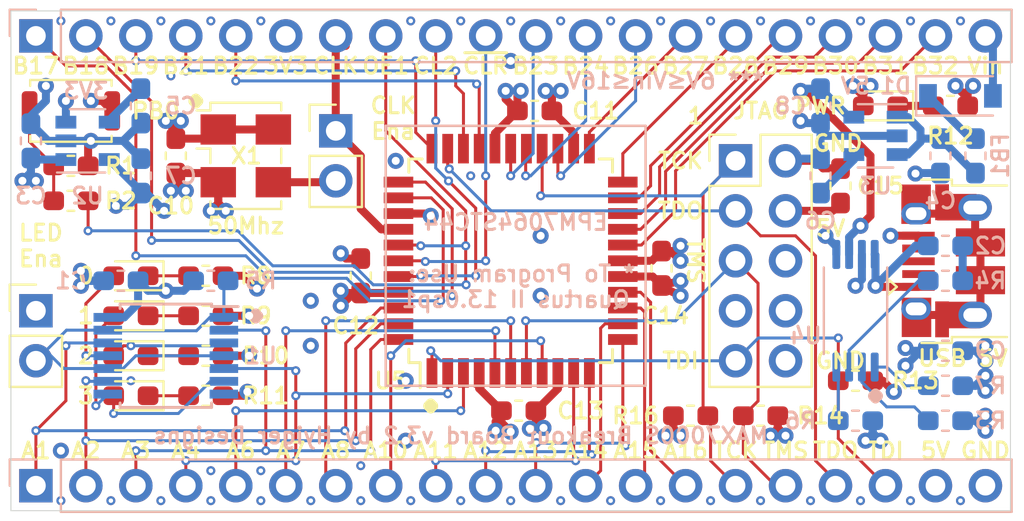
<source format=kicad_pcb>
(kicad_pcb (version 20171130) (host pcbnew "(5.1.6-45-gfd55b7b4e)-1")
  (title_block (title "MAX7000S Breakout Board") (date 2020-06-17) (rev 3.2) (company "Hyiger Designs"))
  (layers (0 F.Cu signal) (1 In1.Cu power hide) (2 In2.Cu power hide) (31 B.Cu signal) (36 B.SilkS user hide) (37 F.SilkS user hide) (38 B.Mask user hide) (39 F.Mask user hide) (44 Edge.Cuts user))
  (net 0 "")
  (net 1 GND)
  (net 2 /TDI)
  (net 3 /TMS)
  (net 4 /TDO)
  (net 5 /TCK)
  (net 6 /B26)
  (net 7 /B24)
  (net 8 /B23)
  (net 9 /B22)
  (net 10 /B21)
  (net 11 /B19)
  (net 12 /B17)
  (net 13 /A13)
  (net 14 /A12)
  (net 15 /A11)
  (net 16 /A10)
  (net 17 /A8)
  (net 18 /B29)
  (net 19 /B28)
  (net 20 /B27)
  (net 21 /A16)
  (net 22 /A15)
  (net 23 /A14)
  (net 24 /B31)
  (net 25 /B30)
  (net 26 /CLK2)
  (net 27 /A7)
  (net 28 /A6)
  (net 29 /A3)
  (net 30 /A2)
  (net 31 /A1)
  (net 32 "Net-(D2-Pad2)")
  (net 33 /CLK)
  (net 34 "Net-(D3-Pad2)")
  (net 35 "Net-(D3-Pad1)")
  (net 36 5V)
  (net 37 Vin)
  (net 38 /ENA)
  (net 39 "Net-(D4-Pad2)")
  (net 40 "Net-(D4-Pad1)")
  (net 41 "Net-(D5-Pad2)")
  (net 42 "Net-(D5-Pad1)")
  (net 43 /A4)
  (net 44 /GCLRn)
  (net 45 /OE1)
  (net 46 /B18)
  (net 47 /B32)
  (net 48 "Net-(C5-Pad1)")
  (net 49 "Net-(C4-Pad1)")
  (net 50 "Net-(J1-Pad6)")
  (net 51 "Net-(J1-Pad3)")
  (net 52 "Net-(J1-Pad2)")
  (net 53 "Net-(J4-Pad8)")
  (net 54 "Net-(J4-Pad7)")
  (net 55 "Net-(JP2-Pad2)")
  (net 56 "Net-(R1-Pad1)")
  (net 57 "Net-(R6-Pad1)")
  (net 58 "Net-(R3-Pad1)")
  (net 59 "Net-(R4-Pad1)")
  (net 60 "Net-(R7-Pad2)")
  (net 61 "Net-(C2-Pad1)")
  (net 62 "Net-(C6-Pad1)")
  (net 63 +5V)
  (net 64 +3V3)
  (net 65 "Net-(D1-Pad1)")
  (net 66 "Net-(D2-Pad1)")
  (net 67 "Net-(D6-Pad1)")
  (net 68 "Net-(J4-Pad6)")
  (module Connector_PinHeader_2.54mm:PinHeader_2x05_P2.54mm_Vertical (layer F.Cu) (at 161.29 99.06)
    (fp_text reference J4 hide)
    (fp_text value JTAG)
    (pad 10 thru_hole oval (at 2.54 10.16) (size 1.7 1.7) (drill 1) (layers *.Cu *.Mask) (net 1 GND))
    (pad 9 thru_hole oval (at 0 10.16) (size 1.7 1.7) (drill 1) (layers *.Cu *.Mask) (net 2 /TDI))
    (pad 8 thru_hole oval (at 2.54 7.62) (size 1.7 1.7) (drill 1) (layers *.Cu *.Mask) (net 53 "Net-(J4-Pad8)"))
    (pad 7 thru_hole oval (at 0 7.62) (size 1.7 1.7) (drill 1) (layers *.Cu *.Mask) (net 54 "Net-(J4-Pad7)"))
    (pad 6 thru_hole oval (at 2.54 5.08) (size 1.7 1.7) (drill 1) (layers *.Cu *.Mask) (net 68 "Net-(J4-Pad6)"))
    (pad 5 thru_hole oval (at 0 5.08) (size 1.7 1.7) (drill 1) (layers *.Cu *.Mask) (net 3 /TMS))
    (pad 4 thru_hole oval (at 2.54 2.54) (size 1.7 1.7) (drill 1) (layers *.Cu *.Mask) (net 63 +5V))
    (pad 3 thru_hole oval (at 0 2.54) (size 1.7 1.7) (drill 1) (layers *.Cu *.Mask) (net 4 /TDO))
    (pad 2 thru_hole oval (at 2.54 0) (size 1.7 1.7) (drill 1) (layers *.Cu *.Mask) (net 1 GND))
    (pad 1 thru_hole rect (at 0 0) (size 1.7 1.7) (drill 1) (layers *.Cu *.Mask) (net 5 /TCK))
  )
  (module Connector_PinHeader_2.54mm:PinHeader_1x20_P2.54mm_Vertical (layer B.Cu) (at 125.73 115.57 270)
    (fp_text reference J2 hide)
    (fp_text value Left)
    (pad 20 thru_hole oval (at 0 -48.26 270) (size 1.7 1.7) (drill 1) (layers *.Cu *.Mask) (net 1 GND))
    (pad 19 thru_hole oval (at 0 -45.72 270) (size 1.7 1.7) (drill 1) (layers *.Cu *.Mask) (net 63 +5V))
    (pad 18 thru_hole oval (at 0 -43.18 270) (size 1.7 1.7) (drill 1) (layers *.Cu *.Mask) (net 2 /TDI))
    (pad 17 thru_hole oval (at 0 -40.64 270) (size 1.7 1.7) (drill 1) (layers *.Cu *.Mask) (net 4 /TDO))
    (pad 16 thru_hole oval (at 0 -38.1 270) (size 1.7 1.7) (drill 1) (layers *.Cu *.Mask) (net 3 /TMS))
    (pad 15 thru_hole oval (at 0 -35.56 270) (size 1.7 1.7) (drill 1) (layers *.Cu *.Mask) (net 5 /TCK))
    (pad 14 thru_hole oval (at 0 -33.02 270) (size 1.7 1.7) (drill 1) (layers *.Cu *.Mask) (net 21 /A16))
    (pad 13 thru_hole oval (at 0 -30.48 270) (size 1.7 1.7) (drill 1) (layers *.Cu *.Mask) (net 22 /A15))
    (pad 12 thru_hole oval (at 0 -27.94 270) (size 1.7 1.7) (drill 1) (layers *.Cu *.Mask) (net 23 /A14))
    (pad 11 thru_hole oval (at 0 -25.4 270) (size 1.7 1.7) (drill 1) (layers *.Cu *.Mask) (net 13 /A13))
    (pad 10 thru_hole oval (at 0 -22.86 270) (size 1.7 1.7) (drill 1) (layers *.Cu *.Mask) (net 14 /A12))
    (pad 9 thru_hole oval (at 0 -20.32 270) (size 1.7 1.7) (drill 1) (layers *.Cu *.Mask) (net 15 /A11))
    (pad 8 thru_hole oval (at 0 -17.78 270) (size 1.7 1.7) (drill 1) (layers *.Cu *.Mask) (net 16 /A10))
    (pad 7 thru_hole oval (at 0 -15.24 270) (size 1.7 1.7) (drill 1) (layers *.Cu *.Mask) (net 17 /A8))
    (pad 6 thru_hole oval (at 0 -12.7 270) (size 1.7 1.7) (drill 1) (layers *.Cu *.Mask) (net 27 /A7))
    (pad 5 thru_hole oval (at 0 -10.16 270) (size 1.7 1.7) (drill 1) (layers *.Cu *.Mask) (net 28 /A6))
    (pad 4 thru_hole oval (at 0 -7.62 270) (size 1.7 1.7) (drill 1) (layers *.Cu *.Mask) (net 43 /A4))
    (pad 3 thru_hole oval (at 0 -5.08 270) (size 1.7 1.7) (drill 1) (layers *.Cu *.Mask) (net 29 /A3))
    (pad 2 thru_hole oval (at 0 -2.54 270) (size 1.7 1.7) (drill 1) (layers *.Cu *.Mask) (net 30 /A2))
    (pad 1 thru_hole rect (at 0 0 270) (size 1.7 1.7) (drill 1) (layers *.Cu *.Mask) (net 31 /A1))
  )
  (module Resistor_SMD:R_0603_1608Metric_Pad1.05x0.95mm_HandSolder (layer F.Cu) (at 162.56 112.014 180)
    (fp_text reference R14 (at -3.048 0) (layer F.SilkS) (effects (font (size 0.8128 0.8128) (thickness 0.1524))))
    (fp_text value 10K)
    (pad 2 smd roundrect (at 0.875 0 180) (size 1.05 0.95) (layers F.Cu F.Paste F.Mask) (net 3 /TMS))
    (pad 1 smd roundrect (at -0.875 0 180) (size 1.05 0.95) (layers F.Cu F.Paste F.Mask) (net 63 +5V))
  )
  (module Resistor_SMD:R_0603_1608Metric_Pad1.05x0.95mm_HandSolder (layer F.Cu) (at 167.386 110.236 180)
    (fp_text reference R13 (at -3.048 0) (layer F.SilkS) (effects (font (size 0.8128 0.8128) (thickness 0.1524))))
    (fp_text value 10K)
    (pad 2 smd roundrect (at 0.875 0 180) (size 1.05 0.95) (layers F.Cu F.Paste F.Mask) (net 2 /TDI))
    (pad 1 smd roundrect (at -0.875 0 180) (size 1.05 0.95) (layers F.Cu F.Paste F.Mask) (net 63 +5V))
  )
  (module Capacitor_SMD:C_0603_1608Metric_Pad1.05x0.95mm_HandSolder (layer B.Cu) (at 173.482 98.806 90)
    (fp_text reference FB1 (at 0 1.27 90) (layer B.SilkS) (effects (font (size 0.8128 0.8128) (thickness 0.1524)) (justify mirror)))
    (fp_text value "100R @ 100Mhz")
    (pad 2 smd roundrect (at 0.875 0 90) (size 1.05 0.95) (layers B.Cu B.Paste B.Mask) (net 65 "Net-(D1-Pad1)"))
    (pad 1 smd roundrect (at -0.875 0 90) (size 1.05 0.95) (layers B.Cu B.Paste B.Mask) (net 49 "Net-(C4-Pad1)"))
  )
  (module Capacitor_SMD:C_0603_1608Metric_Pad1.05x0.95mm_HandSolder (layer B.Cu) (at 171.958 108.712 180)
    (fp_text reference C9 (at -2.286 0) (layer B.SilkS) (effects (font (size 0.8128 0.8128) (thickness 0.1524)) (justify mirror)))
    (fp_text value 4.7uF)
    (pad 2 smd roundrect (at 0.875 0 180) (size 1.05 0.95) (layers B.Cu B.Paste B.Mask) (net 1 GND))
    (pad 1 smd roundrect (at -0.875 0 180) (size 1.05 0.95) (layers B.Cu B.Paste B.Mask) (net 63 +5V))
  )
  (module Diode_SMD:D_SOD-123 (layer B.Cu) (at 172.72 95.758)
    (fp_text reference D1 (at -3.302 -0.508) (layer B.SilkS) (effects (font (size 0.8128 0.8128) (thickness 0.1524)) (justify mirror)))
    (fp_text value BAT54W)
    (pad 2 smd rect (at 1.65 0) (size 0.9 1.2) (layers B.Cu B.Paste B.Mask) (net 37 Vin))
    (pad 1 smd rect (at -1.65 0) (size 0.9 1.2) (layers B.Cu B.Paste B.Mask) (net 65 "Net-(D1-Pad1)"))
  )
  (module Connector_PinHeader_2.54mm:PinHeader_1x20_P2.54mm_Vertical (layer B.Cu) (at 125.73 92.71 270)
    (fp_text reference J3 hide)
    (fp_text value Right)
    (pad 20 thru_hole oval (at 0 -48.26 270) (size 1.7 1.7) (drill 1) (layers *.Cu *.Mask) (net 37 Vin))
    (pad 19 thru_hole oval (at 0 -45.72 270) (size 1.7 1.7) (drill 1) (layers *.Cu *.Mask) (net 47 /B32))
    (pad 18 thru_hole oval (at 0 -43.18 270) (size 1.7 1.7) (drill 1) (layers *.Cu *.Mask) (net 24 /B31))
    (pad 17 thru_hole oval (at 0 -40.64 270) (size 1.7 1.7) (drill 1) (layers *.Cu *.Mask) (net 25 /B30))
    (pad 16 thru_hole oval (at 0 -38.1 270) (size 1.7 1.7) (drill 1) (layers *.Cu *.Mask) (net 18 /B29))
    (pad 15 thru_hole oval (at 0 -35.56 270) (size 1.7 1.7) (drill 1) (layers *.Cu *.Mask) (net 19 /B28))
    (pad 14 thru_hole oval (at 0 -33.02 270) (size 1.7 1.7) (drill 1) (layers *.Cu *.Mask) (net 20 /B27))
    (pad 13 thru_hole oval (at 0 -30.48 270) (size 1.7 1.7) (drill 1) (layers *.Cu *.Mask) (net 6 /B26))
    (pad 12 thru_hole oval (at 0 -27.94 270) (size 1.7 1.7) (drill 1) (layers *.Cu *.Mask) (net 7 /B24))
    (pad 11 thru_hole oval (at 0 -25.4 270) (size 1.7 1.7) (drill 1) (layers *.Cu *.Mask) (net 8 /B23))
    (pad 10 thru_hole oval (at 0 -22.86 270) (size 1.7 1.7) (drill 1) (layers *.Cu *.Mask) (net 44 /GCLRn))
    (pad 9 thru_hole oval (at 0 -20.32 270) (size 1.7 1.7) (drill 1) (layers *.Cu *.Mask) (net 26 /CLK2))
    (pad 8 thru_hole oval (at 0 -17.78 270) (size 1.7 1.7) (drill 1) (layers *.Cu *.Mask) (net 45 /OE1))
    (pad 7 thru_hole oval (at 0 -15.24 270) (size 1.7 1.7) (drill 1) (layers *.Cu *.Mask) (net 33 /CLK))
    (pad 6 thru_hole oval (at 0 -12.7 270) (size 1.7 1.7) (drill 1) (layers *.Cu *.Mask) (net 64 +3V3))
    (pad 5 thru_hole oval (at 0 -10.16 270) (size 1.7 1.7) (drill 1) (layers *.Cu *.Mask) (net 9 /B22))
    (pad 4 thru_hole oval (at 0 -7.62 270) (size 1.7 1.7) (drill 1) (layers *.Cu *.Mask) (net 10 /B21))
    (pad 3 thru_hole oval (at 0 -5.08 270) (size 1.7 1.7) (drill 1) (layers *.Cu *.Mask) (net 11 /B19))
    (pad 2 thru_hole oval (at 0 -2.54 270) (size 1.7 1.7) (drill 1) (layers *.Cu *.Mask) (net 46 /B18))
    (pad 1 thru_hole rect (at 0 0 270) (size 1.7 1.7) (drill 1) (layers *.Cu *.Mask) (net 12 /B17))
  )
  (module Package_SO:TSSOP-8_4.4x3mm_P0.65mm (layer B.Cu) (at 167.386 106.68 90)
    (fp_text reference U4 (at -1.27 -2.54 180) (layer B.SilkS) (effects (font (size 0.8128 0.8128) (thickness 0.1524)) (justify mirror)))
    (fp_text value TPS2113A)
    (pad 8 smd roundrect (at 2.8625 0.975 90) (size 1.475 0.4) (layers B.Cu B.Paste B.Mask) (net 61 "Net-(C2-Pad1)"))
    (pad 7 smd roundrect (at 2.8625 0.325 90) (size 1.475 0.4) (layers B.Cu B.Paste B.Mask) (net 63 +5V))
    (pad 6 smd roundrect (at 2.8625 -0.325 90) (size 1.475 0.4) (layers B.Cu B.Paste B.Mask) (net 36 5V))
    (pad 5 smd roundrect (at 2.8625 -0.975 90) (size 1.475 0.4) (layers B.Cu B.Paste B.Mask) (net 1 GND))
    (pad 4 smd roundrect (at -2.8625 -0.975 90) (size 1.475 0.4) (layers B.Cu B.Paste B.Mask) (net 57 "Net-(R6-Pad1)"))
    (pad 3 smd roundrect (at -2.8625 -0.325 90) (size 1.475 0.4) (layers B.Cu B.Paste B.Mask) (net 59 "Net-(R4-Pad1)"))
    (pad 2 smd roundrect (at -2.8625 0.325 90) (size 1.475 0.4) (layers B.Cu B.Paste B.Mask) (net 58 "Net-(R3-Pad1)"))
    (pad 1 smd roundrect (at -2.8625 0.975 90) (size 1.475 0.4) (layers B.Cu B.Paste B.Mask) (net 60 "Net-(R7-Pad2)"))
  )
  (module Resistor_SMD:R_0603_1608Metric_Pad1.05x0.95mm_HandSolder (layer B.Cu) (at 171.958 110.49 180)
    (fp_text reference R7 (at -2.286 0) (layer B.SilkS) (effects (font (size 0.8128 0.8128) (thickness 0.1524)) (justify mirror)))
    (fp_text value 100K)
    (pad 2 smd roundrect (at 0.875 0 180) (size 1.05 0.95) (layers B.Cu B.Paste B.Mask) (net 60 "Net-(R7-Pad2)"))
    (pad 1 smd roundrect (at -0.875 0 180) (size 1.05 0.95) (layers B.Cu B.Paste B.Mask) (net 63 +5V))
  )
  (module Resistor_SMD:R_0603_1608Metric_Pad1.05x0.95mm_HandSolder (layer B.Cu) (at 167.386 112.268)
    (fp_text reference R6 (at -2.794 0) (layer B.SilkS) (effects (font (size 0.8128 0.8128) (thickness 0.1524)) (justify mirror)))
    (fp_text value 1K)
    (pad 2 smd roundrect (at 0.875 0) (size 1.05 0.95) (layers B.Cu B.Paste B.Mask) (net 1 GND))
    (pad 1 smd roundrect (at -0.875 0) (size 1.05 0.95) (layers B.Cu B.Paste B.Mask) (net 57 "Net-(R6-Pad1)"))
  )
  (module Resistor_SMD:R_0603_1608Metric_Pad1.05x0.95mm_HandSolder (layer B.Cu) (at 171.958 105.156)
    (fp_text reference R4 (at 2.286 0) (layer B.SilkS) (effects (font (size 0.8128 0.8128) (thickness 0.1524)) (justify mirror)))
    (fp_text value 20K)
    (pad 2 smd roundrect (at 0.875 0) (size 1.05 0.95) (layers B.Cu B.Paste B.Mask) (net 1 GND))
    (pad 1 smd roundrect (at -0.875 0) (size 1.05 0.95) (layers B.Cu B.Paste B.Mask) (net 59 "Net-(R4-Pad1)"))
  )
  (module Resistor_SMD:R_0603_1608Metric_Pad1.05x0.95mm_HandSolder (layer B.Cu) (at 171.958 112.268)
    (fp_text reference R3 (at 2.286 0) (layer B.SilkS) (effects (font (size 0.8128 0.8128) (thickness 0.1524)) (justify mirror)))
    (fp_text value 100K)
    (pad 2 smd roundrect (at 0.875 0) (size 1.05 0.95) (layers B.Cu B.Paste B.Mask) (net 1 GND))
    (pad 1 smd roundrect (at -0.875 0) (size 1.05 0.95) (layers B.Cu B.Paste B.Mask) (net 58 "Net-(R3-Pad1)"))
  )
  (module Capacitor_SMD:C_0603_1608Metric_Pad1.05x0.95mm_HandSolder (layer B.Cu) (at 171.958 103.378)
    (fp_text reference C2 (at 2.286 0) (layer B.SilkS) (effects (font (size 0.8128 0.8128) (thickness 0.1524)) (justify mirror)))
    (fp_text value "1uF 35V")
    (pad 2 smd roundrect (at 0.875 0) (size 1.05 0.95) (layers B.Cu B.Paste B.Mask) (net 1 GND))
    (pad 1 smd roundrect (at -0.875 0) (size 1.05 0.95) (layers B.Cu B.Paste B.Mask) (net 61 "Net-(C2-Pad1)"))
  )
  (module Button_Switch_SMD:SW_Push_SPST_NO_Alps_SKRK (layer F.Cu) (at 127.508 96.52)
    (fp_text reference SW1 hide)
    (fp_text value User)
    (pad 1 smd roundrect (at -2.1 0) (size 0.8 2) (layers F.Cu F.Paste F.Mask) (net 56 "Net-(R1-Pad1)"))
    (pad 2 smd roundrect (at 2.1 0) (size 0.8 2) (layers F.Cu F.Paste F.Mask) (net 63 +5V))
  )
  (module Resistor_SMD:R_0603_1608Metric_Pad1.05x0.95mm_HandSolder (layer F.Cu) (at 127.508 99.314)
    (fp_text reference R1 (at 2.54 0) (layer F.SilkS) (effects (font (size 0.8128 0.8128) (thickness 0.1524))))
    (fp_text value 10K)
    (pad 2 smd roundrect (at 0.875 0) (size 1.05 0.95) (layers F.Cu F.Paste F.Mask) (net 1 GND))
    (pad 1 smd roundrect (at -0.875 0) (size 1.05 0.95) (layers F.Cu F.Paste F.Mask) (net 56 "Net-(R1-Pad1)"))
  )
  (module Resistor_SMD:R_0603_1608Metric_Pad1.05x0.95mm_HandSolder (layer F.Cu) (at 127.508 101.092 180)
    (fp_text reference R2 (at -2.54 0) (layer F.SilkS) (effects (font (size 0.8128 0.8128) (thickness 0.1524))))
    (fp_text value 10K)
    (pad 2 smd roundrect (at 0.875 0 180) (size 1.05 0.95) (layers F.Cu F.Paste F.Mask) (net 56 "Net-(R1-Pad1)"))
    (pad 1 smd roundrect (at -0.875 0 180) (size 1.05 0.95) (layers F.Cu F.Paste F.Mask) (net 45 /OE1))
  )
  (module Capacitor_SMD:C_0603_1608Metric_Pad1.05x0.95mm_HandSolder (layer B.Cu) (at 165.608 99.822 90)
    (fp_text reference C6 (at -2.286 0 180) (layer B.SilkS) (effects (font (size 0.8128 0.8128) (thickness 0.1524)) (justify mirror)))
    (fp_text value 10nF)
    (pad 2 smd roundrect (at 0.875 0 90) (size 1.05 0.95) (layers B.Cu B.Paste B.Mask) (net 1 GND))
    (pad 1 smd roundrect (at -0.875 0 90) (size 1.05 0.95) (layers B.Cu B.Paste B.Mask) (net 62 "Net-(C6-Pad1)"))
  )
  (module Capacitor_SMD:C_0603_1608Metric_Pad1.05x0.95mm_HandSolder (layer B.Cu) (at 171.704 98.806 270)
    (fp_text reference C4 (at 2.286 0 180) (layer B.SilkS) (effects (font (size 0.8128 0.8128) (thickness 0.1524)) (justify mirror)))
    (fp_text value "1uF 35V")
    (pad 2 smd roundrect (at 0.875 0 270) (size 1.05 0.95) (layers B.Cu B.Paste B.Mask) (net 1 GND))
    (pad 1 smd roundrect (at -0.875 0 270) (size 1.05 0.95) (layers B.Cu B.Paste B.Mask) (net 49 "Net-(C4-Pad1)"))
  )
  (module Package_TO_SOT_SMD:SOT-23-5 (layer B.Cu) (at 168.402 97.79 180)
    (fp_text reference U3 (at 0 -2.54) (layer B.SilkS) (effects (font (size 0.8128 0.8128) (thickness 0.1524)) (justify mirror)))
    (fp_text value LP2985-5.0)
    (pad 5 smd rect (at 1.1 0.95 180) (size 1.06 0.65) (layers B.Cu B.Paste B.Mask) (net 36 5V))
    (pad 4 smd rect (at 1.1 -0.95 180) (size 1.06 0.65) (layers B.Cu B.Paste B.Mask) (net 62 "Net-(C6-Pad1)"))
    (pad 3 smd rect (at -1.1 -0.95 180) (size 1.06 0.65) (layers B.Cu B.Paste B.Mask) (net 49 "Net-(C4-Pad1)"))
    (pad 2 smd rect (at -1.1 0 180) (size 1.06 0.65) (layers B.Cu B.Paste B.Mask) (net 1 GND))
    (pad 1 smd rect (at -1.1 0.95 180) (size 1.06 0.65) (layers B.Cu B.Paste B.Mask) (net 49 "Net-(C4-Pad1)"))
  )
  (module Capacitor_SMD:C_0603_1608Metric_Pad1.05x0.95mm_HandSolder (layer B.Cu) (at 165.608 96.266 270)
    (fp_text reference C8 (at 0 1.524 180) (layer B.SilkS) (effects (font (size 0.8128 0.8128) (thickness 0.1524)) (justify mirror)))
    (fp_text value "1uF 35V")
    (pad 2 smd roundrect (at 0.875 0 270) (size 1.05 0.95) (layers B.Cu B.Paste B.Mask) (net 1 GND))
    (pad 1 smd roundrect (at -0.875 0 270) (size 1.05 0.95) (layers B.Cu B.Paste B.Mask) (net 36 5V))
  )
  (module Connector_USB:USB_Micro-B_Amphenol_10103594-0001LF_Horizontal (layer F.Cu) (at 172.351 104.14 90)
    (fp_text reference J1 hide)
    (fp_text value USB_B_Micro)
    (pad 6 smd rect (at 0.935 1.385 180) (size 2.5 1.43) (layers F.Cu F.Paste F.Mask) (net 50 "Net-(J1-Pad6)"))
    (pad 6 smd rect (at -0.985 1.385 180) (size 2.5 1.43) (layers F.Cu F.Paste F.Mask) (net 50 "Net-(J1-Pad6)"))
    (pad 6 thru_hole oval (at 2.705 1.115 180) (size 1.7 1.35) (drill oval 1.2 0.7) (layers *.Cu *.Mask) (net 50 "Net-(J1-Pad6)"))
    (pad 6 thru_hole oval (at -2.755 1.115 180) (size 1.7 1.35) (drill oval 1.2 0.7) (layers *.Cu *.Mask) (net 50 "Net-(J1-Pad6)"))
    (pad 6 thru_hole oval (at 2.395 -1.885 180) (size 1.5 1.1) (drill oval 1.05 0.65) (layers *.Cu *.Mask) (net 50 "Net-(J1-Pad6)"))
    (pad 6 thru_hole oval (at -2.445 -1.885 180) (size 1.5 1.1) (drill oval 1.05 0.65) (layers *.Cu *.Mask) (net 50 "Net-(J1-Pad6)"))
    (pad 5 smd rect (at 1.275 -1.765 180) (size 1.65 0.4) (layers F.Cu F.Paste F.Mask) (net 1 GND))
    (pad 4 smd rect (at 0.625 -1.765 180) (size 1.65 0.4) (layers F.Cu F.Paste F.Mask) (net 1 GND))
    (pad 3 smd rect (at -0.025 -1.765 180) (size 1.65 0.4) (layers F.Cu F.Paste F.Mask) (net 51 "Net-(J1-Pad3)"))
    (pad 2 smd rect (at -0.675 -1.765 180) (size 1.65 0.4) (layers F.Cu F.Paste F.Mask) (net 52 "Net-(J1-Pad2)"))
    (pad 1 smd rect (at -1.325 -1.765 180) (size 1.65 0.4) (layers F.Cu F.Paste F.Mask) (net 61 "Net-(C2-Pad1)"))
    (pad 6 smd rect (at 2.875 -1.885 90) (size 2 1.5) (layers F.Cu F.Paste F.Mask) (net 50 "Net-(J1-Pad6)"))
    (pad 6 smd rect (at -2.875 -1.865 90) (size 2 1.5) (layers F.Cu F.Paste F.Mask) (net 50 "Net-(J1-Pad6)"))
    (pad 6 smd rect (at 2.975 -0.565 90) (size 1.825 0.7) (layers F.Cu F.Paste F.Mask) (net 50 "Net-(J1-Pad6)"))
    (pad 6 smd rect (at -2.975 -0.565 90) (size 1.825 0.7) (layers F.Cu F.Paste F.Mask) (net 50 "Net-(J1-Pad6)"))
    (pad 6 smd rect (at -2.755 0.185 90) (size 1.35 2) (layers F.Cu F.Paste F.Mask) (net 50 "Net-(J1-Pad6)"))
    (pad 6 smd rect (at 2.725 0.185 90) (size 1.35 2) (layers F.Cu F.Paste F.Mask) (net 50 "Net-(J1-Pad6)"))
  )
  (module Connector_PinHeader_2.54mm:PinHeader_1x02_P2.54mm_Vertical (layer F.Cu) (at 140.97 97.536)
    (fp_text reference JP2 hide)
    (fp_text value "clk ena")
    (pad 2 thru_hole oval (at 0 2.54) (size 1.7 1.7) (drill 1) (layers *.Cu *.Mask) (net 55 "Net-(JP2-Pad2)"))
    (pad 1 thru_hole rect (at 0 0) (size 1.7 1.7) (drill 1) (layers *.Cu *.Mask) (net 33 /CLK))
  )
  (module Oscillator:Oscillator_SMD_TXC_7C-4Pin_5.0x3.2mm_HandSoldering (layer F.Cu) (at 136.398 98.806 270)
    (fp_text reference X1 (at 0 -0.0254 180) (layer F.SilkS) (effects (font (size 0.8128 0.8128) (thickness 0.1524))))
    (fp_text value "CTX-636 50mhz")
    (pad 4 smd rect (at -1.34 -1.4 270) (size 1.54 1.8) (layers F.Cu F.Paste F.Mask) (net 64 +3V3))
    (pad 3 smd rect (at 1.34 -1.4 270) (size 1.54 1.8) (layers F.Cu F.Paste F.Mask) (net 55 "Net-(JP2-Pad2)"))
    (pad 2 smd rect (at 1.34 1.4 270) (size 1.54 1.8) (layers F.Cu F.Paste F.Mask) (net 1 GND))
    (pad 1 smd rect (at -1.34 1.4 270) (size 1.54 1.8) (layers F.Cu F.Paste F.Mask) (net 64 +3V3))
  )
  (module Capacitor_SMD:C_0603_1608Metric_Pad1.05x0.95mm_HandSolder (layer B.Cu) (at 131.064 99.822 90)
    (fp_text reference C7 (at 0 2.032 180) (layer B.SilkS) (effects (font (size 0.8128 0.8128) (thickness 0.1524)) (justify mirror)))
    (fp_text value "1uF 35V")
    (pad 2 smd roundrect (at 0.875 0 90) (size 1.05 0.95) (layers B.Cu B.Paste B.Mask) (net 1 GND))
    (pad 1 smd roundrect (at -0.875 0 90) (size 1.05 0.95) (layers B.Cu B.Paste B.Mask) (net 64 +3V3))
  )
  (module Capacitor_SMD:C_0603_1608Metric_Pad1.05x0.95mm_HandSolder (layer F.Cu) (at 132.842 98.806 270)
    (fp_text reference C10 (at 2.54 0.254 180) (layer F.SilkS) (effects (font (size 0.8128 0.8128) (thickness 0.1524))))
    (fp_text value 100nF)
    (pad 2 smd roundrect (at 0.875 0 270) (size 1.05 0.95) (layers F.Cu F.Paste F.Mask) (net 1 GND))
    (pad 1 smd roundrect (at -0.875 0 270) (size 1.05 0.95) (layers F.Cu F.Paste F.Mask) (net 64 +3V3))
  )
  (module Resistor_SMD:R_0603_1608Metric_Pad1.05x0.95mm_HandSolder (layer F.Cu) (at 134.366 108.966 180)
    (fp_text reference R10 (at -3.048 0) (layer F.SilkS) (effects (font (size 0.8128 0.8128) (thickness 0.1524))))
    (fp_text value 360R)
    (pad 2 smd roundrect (at 0.875 0 180) (size 1.05 0.95) (layers F.Cu F.Paste F.Mask) (net 40 "Net-(D4-Pad1)"))
    (pad 1 smd roundrect (at -0.875 0 180) (size 1.05 0.95) (layers F.Cu F.Paste F.Mask) (net 1 GND))
  )
  (module Resistor_SMD:R_0603_1608Metric_Pad1.05x0.95mm_HandSolder (layer F.Cu) (at 134.366 110.998 180)
    (fp_text reference R11 (at -3.048 0) (layer F.SilkS) (effects (font (size 0.8128 0.8128) (thickness 0.1524))))
    (fp_text value 360R)
    (pad 2 smd roundrect (at 0.875 0 180) (size 1.05 0.95) (layers F.Cu F.Paste F.Mask) (net 42 "Net-(D5-Pad1)"))
    (pad 1 smd roundrect (at -0.875 0 180) (size 1.05 0.95) (layers F.Cu F.Paste F.Mask) (net 1 GND))
  )
  (module Resistor_SMD:R_0603_1608Metric_Pad1.05x0.95mm_HandSolder (layer F.Cu) (at 134.366 106.934 180)
    (fp_text reference R9 (at -2.54 0) (layer F.SilkS) (effects (font (size 0.8128 0.8128) (thickness 0.1524))))
    (fp_text value 360R)
    (pad 2 smd roundrect (at 0.875 0 180) (size 1.05 0.95) (layers F.Cu F.Paste F.Mask) (net 35 "Net-(D3-Pad1)"))
    (pad 1 smd roundrect (at -0.875 0 180) (size 1.05 0.95) (layers F.Cu F.Paste F.Mask) (net 1 GND))
  )
  (module LED_SMD:LED_0603_1608Metric_Pad1.05x0.95mm_HandSolder (layer F.Cu) (at 130.556 110.998 180)
    (fp_text reference D5 hide)
    (fp_text value GRN)
    (pad 2 smd roundrect (at 0.875 0 180) (size 1.05 0.95) (layers F.Cu F.Paste F.Mask) (net 41 "Net-(D5-Pad2)"))
    (pad 1 smd roundrect (at -0.875 0 180) (size 1.05 0.95) (layers F.Cu F.Paste F.Mask) (net 42 "Net-(D5-Pad1)"))
  )
  (module LED_SMD:LED_0603_1608Metric_Pad1.05x0.95mm_HandSolder (layer F.Cu) (at 130.556 108.966 180)
    (fp_text reference D4 hide)
    (fp_text value GRN)
    (pad 2 smd roundrect (at 0.875 0 180) (size 1.05 0.95) (layers F.Cu F.Paste F.Mask) (net 39 "Net-(D4-Pad2)"))
    (pad 1 smd roundrect (at -0.875 0 180) (size 1.05 0.95) (layers F.Cu F.Paste F.Mask) (net 40 "Net-(D4-Pad1)"))
  )
  (module LED_SMD:LED_0603_1608Metric_Pad1.05x0.95mm_HandSolder (layer F.Cu) (at 130.556 106.934 180)
    (fp_text reference D3 hide)
    (fp_text value GRN)
    (pad 2 smd roundrect (at 0.875 0 180) (size 1.05 0.95) (layers F.Cu F.Paste F.Mask) (net 34 "Net-(D3-Pad2)"))
    (pad 1 smd roundrect (at -0.875 0 180) (size 1.05 0.95) (layers F.Cu F.Paste F.Mask) (net 35 "Net-(D3-Pad1)"))
  )
  (module LED_SMD:LED_0603_1608Metric_Pad1.05x0.95mm_HandSolder (layer F.Cu) (at 130.556 104.902 180)
    (fp_text reference D2 hide)
    (fp_text value GRN)
    (pad 2 smd roundrect (at 0.875 0 180) (size 1.05 0.95) (layers F.Cu F.Paste F.Mask) (net 32 "Net-(D2-Pad2)"))
    (pad 1 smd roundrect (at -0.875 0 180) (size 1.05 0.95) (layers F.Cu F.Paste F.Mask) (net 66 "Net-(D2-Pad1)"))
  )
  (module Package_QFP:TQFP-44_10x10mm_P0.8mm (layer F.Cu) (at 149.86 104.14 90)
    (fp_text reference U5 (at -6.096 -6.096 180) (layer F.SilkS) (effects (font (size 0.8128 0.8128) (thickness 0.1524))))
    (fp_text value EPM7064STC44)
    (pad 44 smd rect (at -4 -5.7 180) (size 1.5 0.55) (layers F.Cu F.Paste F.Mask) (net 29 /A3))
    (pad 43 smd rect (at -3.2 -5.7 180) (size 1.5 0.55) (layers F.Cu F.Paste F.Mask) (net 30 /A2))
    (pad 42 smd rect (at -2.4 -5.7 180) (size 1.5 0.55) (layers F.Cu F.Paste F.Mask) (net 31 /A1))
    (pad 41 smd rect (at -1.6 -5.7 180) (size 1.5 0.55) (layers F.Cu F.Paste F.Mask) (net 63 +5V))
    (pad 40 smd rect (at -0.8 -5.7 180) (size 1.5 0.55) (layers F.Cu F.Paste F.Mask) (net 26 /CLK2))
    (pad 39 smd rect (at 0 -5.7 180) (size 1.5 0.55) (layers F.Cu F.Paste F.Mask) (net 44 /GCLRn))
    (pad 38 smd rect (at 0.8 -5.7 180) (size 1.5 0.55) (layers F.Cu F.Paste F.Mask) (net 45 /OE1))
    (pad 37 smd rect (at 1.6 -5.7 180) (size 1.5 0.55) (layers F.Cu F.Paste F.Mask) (net 33 /CLK))
    (pad 36 smd rect (at 2.4 -5.7 180) (size 1.5 0.55) (layers F.Cu F.Paste F.Mask) (net 1 GND))
    (pad 35 smd rect (at 3.2 -5.7 180) (size 1.5 0.55) (layers F.Cu F.Paste F.Mask) (net 12 /B17))
    (pad 34 smd rect (at 4 -5.7 180) (size 1.5 0.55) (layers F.Cu F.Paste F.Mask) (net 46 /B18))
    (pad 33 smd rect (at 5.7 -4 90) (size 1.5 0.55) (layers F.Cu F.Paste F.Mask) (net 11 /B19))
    (pad 32 smd rect (at 5.7 -3.2 90) (size 1.5 0.55) (layers F.Cu F.Paste F.Mask) (net 4 /TDO))
    (pad 31 smd rect (at 5.7 -2.4 90) (size 1.5 0.55) (layers F.Cu F.Paste F.Mask) (net 10 /B21))
    (pad 30 smd rect (at 5.7 -1.6 90) (size 1.5 0.55) (layers F.Cu F.Paste F.Mask) (net 9 /B22))
    (pad 29 smd rect (at 5.7 -0.8 90) (size 1.5 0.55) (layers F.Cu F.Paste F.Mask) (net 63 +5V))
    (pad 28 smd rect (at 5.7 0 90) (size 1.5 0.55) (layers F.Cu F.Paste F.Mask) (net 8 /B23))
    (pad 27 smd rect (at 5.7 0.8 90) (size 1.5 0.55) (layers F.Cu F.Paste F.Mask) (net 7 /B24))
    (pad 26 smd rect (at 5.7 1.6 90) (size 1.5 0.55) (layers F.Cu F.Paste F.Mask) (net 5 /TCK))
    (pad 25 smd rect (at 5.7 2.4 90) (size 1.5 0.55) (layers F.Cu F.Paste F.Mask) (net 6 /B26))
    (pad 24 smd rect (at 5.7 3.2 90) (size 1.5 0.55) (layers F.Cu F.Paste F.Mask) (net 1 GND))
    (pad 23 smd rect (at 5.7 4 90) (size 1.5 0.55) (layers F.Cu F.Paste F.Mask) (net 20 /B27))
    (pad 22 smd rect (at 4 5.7 180) (size 1.5 0.55) (layers F.Cu F.Paste F.Mask) (net 19 /B28))
    (pad 21 smd rect (at 3.2 5.7 180) (size 1.5 0.55) (layers F.Cu F.Paste F.Mask) (net 18 /B29))
    (pad 20 smd rect (at 2.4 5.7 180) (size 1.5 0.55) (layers F.Cu F.Paste F.Mask) (net 25 /B30))
    (pad 19 smd rect (at 1.6 5.7 180) (size 1.5 0.55) (layers F.Cu F.Paste F.Mask) (net 24 /B31))
    (pad 18 smd rect (at 0.8 5.7 180) (size 1.5 0.55) (layers F.Cu F.Paste F.Mask) (net 47 /B32))
    (pad 17 smd rect (at 0 5.7 180) (size 1.5 0.55) (layers F.Cu F.Paste F.Mask) (net 63 +5V))
    (pad 16 smd rect (at -0.8 5.7 180) (size 1.5 0.55) (layers F.Cu F.Paste F.Mask) (net 1 GND))
    (pad 15 smd rect (at -1.6 5.7 180) (size 1.5 0.55) (layers F.Cu F.Paste F.Mask) (net 21 /A16))
    (pad 14 smd rect (at -2.4 5.7 180) (size 1.5 0.55) (layers F.Cu F.Paste F.Mask) (net 22 /A15))
    (pad 13 smd rect (at -3.2 5.7 180) (size 1.5 0.55) (layers F.Cu F.Paste F.Mask) (net 23 /A14))
    (pad 12 smd rect (at -4 5.7 180) (size 1.5 0.55) (layers F.Cu F.Paste F.Mask) (net 13 /A13))
    (pad 11 smd rect (at -5.7 4 90) (size 1.5 0.55) (layers F.Cu F.Paste F.Mask) (net 14 /A12))
    (pad 10 smd rect (at -5.7 3.2 90) (size 1.5 0.55) (layers F.Cu F.Paste F.Mask) (net 15 /A11))
    (pad 9 smd rect (at -5.7 2.4 90) (size 1.5 0.55) (layers F.Cu F.Paste F.Mask) (net 63 +5V))
    (pad 8 smd rect (at -5.7 1.6 90) (size 1.5 0.55) (layers F.Cu F.Paste F.Mask) (net 16 /A10))
    (pad 7 smd rect (at -5.7 0.8 90) (size 1.5 0.55) (layers F.Cu F.Paste F.Mask) (net 3 /TMS))
    (pad 6 smd rect (at -5.7 0 90) (size 1.5 0.55) (layers F.Cu F.Paste F.Mask) (net 17 /A8))
    (pad 5 smd rect (at -5.7 -0.8 90) (size 1.5 0.55) (layers F.Cu F.Paste F.Mask) (net 27 /A7))
    (pad 4 smd rect (at -5.7 -1.6 90) (size 1.5 0.55) (layers F.Cu F.Paste F.Mask) (net 1 GND))
    (pad 3 smd rect (at -5.7 -2.4 90) (size 1.5 0.55) (layers F.Cu F.Paste F.Mask) (net 28 /A6))
    (pad 2 smd rect (at -5.7 -3.2 90) (size 1.5 0.55) (layers F.Cu F.Paste F.Mask) (net 43 /A4))
    (pad 1 smd rect (at -5.7 -4 90) (size 1.5 0.55) (layers F.Cu F.Paste F.Mask) (net 2 /TDI))
  )
  (module Connector_PinHeader_2.54mm:PinHeader_1x02_P2.54mm_Vertical (layer F.Cu) (at 125.73 106.68)
    (fp_text reference JP1 hide)
    (fp_text value ena)
    (pad 2 thru_hole oval (at 0 2.54) (size 1.7 1.7) (drill 1) (layers *.Cu *.Mask) (net 38 /ENA))
    (pad 1 thru_hole rect (at 0 0) (size 1.7 1.7) (drill 1) (layers *.Cu *.Mask) (net 1 GND))
  )
  (module Package_SO:TSSOP-14_4.4x5mm_P0.65mm (layer B.Cu) (at 132.334 108.966 180)
    (fp_text reference U1 (at -4.826 0) (layer B.SilkS) (effects (font (size 0.8128 0.8128) (thickness 0.1524)) (justify mirror)))
    (fp_text value 74HCT125)
    (pad 14 smd rect (at 2.95 1.95 180) (size 1.45 0.45) (layers B.Cu B.Paste B.Mask) (net 63 +5V))
    (pad 13 smd rect (at 2.95 1.3 180) (size 1.45 0.45) (layers B.Cu B.Paste B.Mask) (net 38 /ENA))
    (pad 12 smd rect (at 2.95 0.65 180) (size 1.45 0.45) (layers B.Cu B.Paste B.Mask) (net 31 /A1))
    (pad 11 smd rect (at 2.95 0 180) (size 1.45 0.45) (layers B.Cu B.Paste B.Mask) (net 32 "Net-(D2-Pad2)"))
    (pad 10 smd rect (at 2.95 -0.65 180) (size 1.45 0.45) (layers B.Cu B.Paste B.Mask) (net 38 /ENA))
    (pad 9 smd rect (at 2.95 -1.3 180) (size 1.45 0.45) (layers B.Cu B.Paste B.Mask) (net 30 /A2))
    (pad 8 smd rect (at 2.95 -1.95 180) (size 1.45 0.45) (layers B.Cu B.Paste B.Mask) (net 34 "Net-(D3-Pad2)"))
    (pad 7 smd rect (at -2.95 -1.95 180) (size 1.45 0.45) (layers B.Cu B.Paste B.Mask) (net 1 GND))
    (pad 6 smd rect (at -2.95 -1.3 180) (size 1.45 0.45) (layers B.Cu B.Paste B.Mask) (net 41 "Net-(D5-Pad2)"))
    (pad 5 smd rect (at -2.95 -0.65 180) (size 1.45 0.45) (layers B.Cu B.Paste B.Mask) (net 43 /A4))
    (pad 4 smd rect (at -2.95 0 180) (size 1.45 0.45) (layers B.Cu B.Paste B.Mask) (net 38 /ENA))
    (pad 3 smd rect (at -2.95 0.65 180) (size 1.45 0.45) (layers B.Cu B.Paste B.Mask) (net 39 "Net-(D4-Pad2)"))
    (pad 2 smd rect (at -2.95 1.3 180) (size 1.45 0.45) (layers B.Cu B.Paste B.Mask) (net 29 /A3))
    (pad 1 smd rect (at -2.95 1.95 180) (size 1.45 0.45) (layers B.Cu B.Paste B.Mask) (net 38 /ENA))
  )
  (module Resistor_SMD:R_0603_1608Metric_Pad1.05x0.95mm_HandSolder (layer B.Cu) (at 134.62 105.156)
    (fp_text reference R5 (at 2.54 0) (layer B.SilkS) (effects (font (size 0.8128 0.8128) (thickness 0.1524)) (justify mirror)))
    (fp_text value 10K)
    (pad 2 smd roundrect (at 0.875 0) (size 1.05 0.95) (layers B.Cu B.Paste B.Mask) (net 38 /ENA))
    (pad 1 smd roundrect (at -0.875 0) (size 1.05 0.95) (layers B.Cu B.Paste B.Mask) (net 63 +5V))
  )
  (module Capacitor_SMD:C_0603_1608Metric_Pad1.05x0.95mm_HandSolder (layer B.Cu) (at 130.048 105.156 180)
    (fp_text reference C1 (at 2.54 0) (layer B.SilkS) (effects (font (size 0.8128 0.8128) (thickness 0.1524)) (justify mirror)))
    (fp_text value 100nF)
    (pad 2 smd roundrect (at 0.875 0 180) (size 1.05 0.95) (layers B.Cu B.Paste B.Mask) (net 1 GND))
    (pad 1 smd roundrect (at -0.875 0 180) (size 1.05 0.95) (layers B.Cu B.Paste B.Mask) (net 63 +5V))
  )
  (module Package_TO_SOT_SMD:SOT-23-5 (layer B.Cu) (at 128.354 98.044)
    (fp_text reference U2 (at 0 2.794) (layer B.SilkS) (effects (font (size 0.8128 0.8128) (thickness 0.1524)) (justify mirror)))
    (fp_text value LP2985-3.3)
    (pad 5 smd rect (at 1.1 0.95) (size 1.06 0.65) (layers B.Cu B.Paste B.Mask) (net 64 +3V3))
    (pad 4 smd rect (at 1.1 -0.95) (size 1.06 0.65) (layers B.Cu B.Paste B.Mask) (net 48 "Net-(C5-Pad1)"))
    (pad 3 smd rect (at -1.1 -0.95) (size 1.06 0.65) (layers B.Cu B.Paste B.Mask) (net 63 +5V))
    (pad 2 smd rect (at -1.1 0) (size 1.06 0.65) (layers B.Cu B.Paste B.Mask) (net 1 GND))
    (pad 1 smd rect (at -1.1 0.95) (size 1.06 0.65) (layers B.Cu B.Paste B.Mask) (net 63 +5V))
  )
  (module Capacitor_SMD:C_0603_1608Metric_Pad1.05x0.95mm_HandSolder (layer B.Cu) (at 131.064 96.266 270)
    (fp_text reference C5 (at 0 -2.032 180) (layer B.SilkS) (effects (font (size 0.8128 0.8128) (thickness 0.1524)) (justify mirror)))
    (fp_text value 10nF)
    (pad 2 smd roundrect (at 0.875 0 270) (size 1.05 0.95) (layers B.Cu B.Paste B.Mask) (net 1 GND))
    (pad 1 smd roundrect (at -0.875 0 270) (size 1.05 0.95) (layers B.Cu B.Paste B.Mask) (net 48 "Net-(C5-Pad1)"))
  )
  (module Capacitor_SMD:C_0603_1608Metric_Pad1.05x0.95mm_HandSolder (layer B.Cu) (at 125.476 98.044 90)
    (fp_text reference C3 (at -2.794 0 180) (layer B.SilkS) (effects (font (size 0.8128 0.8128) (thickness 0.1524)) (justify mirror)))
    (fp_text value "1uF 35V")
    (pad 2 smd roundrect (at 0.875 0 90) (size 1.05 0.95) (layers B.Cu B.Paste B.Mask) (net 1 GND))
    (pad 1 smd roundrect (at -0.875 0 90) (size 1.05 0.95) (layers B.Cu B.Paste B.Mask) (net 63 +5V))
  )
  (module Capacitor_SMD:C_0603_1608Metric_Pad1.05x0.95mm_HandSolder (layer F.Cu) (at 166.624 100.33 90)
    (fp_text reference C15 (at 0 2.032) (layer F.SilkS) (effects (font (size 0.8128 0.8128) (thickness 0.1524))))
    (fp_text value 100nF)
    (pad 2 smd roundrect (at 0.875 0 90) (size 1.05 0.95) (layers F.Cu F.Paste F.Mask) (net 1 GND))
    (pad 1 smd roundrect (at -0.875 0 90) (size 1.05 0.95) (layers F.Cu F.Paste F.Mask) (net 63 +5V))
  )
  (module Resistor_SMD:R_0603_1608Metric_Pad1.05x0.95mm_HandSolder (layer F.Cu) (at 134.366 104.902 180)
    (fp_text reference R8 (at -2.54 0) (layer F.SilkS) (effects (font (size 0.8128 0.8128) (thickness 0.1524))))
    (fp_text value 360R)
    (pad 2 smd roundrect (at 0.875 0 180) (size 1.05 0.95) (layers F.Cu F.Paste F.Mask) (net 66 "Net-(D2-Pad1)"))
    (pad 1 smd roundrect (at -0.875 0 180) (size 1.05 0.95) (layers F.Cu F.Paste F.Mask) (net 1 GND))
  )
  (module Capacitor_SMD:C_0603_1608Metric_Pad1.05x0.95mm_HandSolder (layer F.Cu) (at 142.24 104.902 90)
    (fp_text reference C12 (at -2.54 -0.254) (layer F.SilkS) (effects (font (size 0.8128 0.8128) (thickness 0.1524))))
    (fp_text value 100nF)
    (pad 2 smd roundrect (at 0.875 0 90) (size 1.05 0.95) (layers F.Cu F.Paste F.Mask) (net 1 GND))
    (pad 1 smd roundrect (at -0.875 0 90) (size 1.05 0.95) (layers F.Cu F.Paste F.Mask) (net 63 +5V))
  )
  (module Capacitor_SMD:C_0603_1608Metric_Pad1.05x0.95mm_HandSolder (layer F.Cu) (at 151.0792 96.52)
    (fp_text reference C11 (at 3.0988 0) (layer F.SilkS) (effects (font (size 0.8128 0.8128) (thickness 0.1524))))
    (fp_text value 100nF)
    (pad 2 smd roundrect (at 0.875 0) (size 1.05 0.95) (layers F.Cu F.Paste F.Mask) (net 1 GND))
    (pad 1 smd roundrect (at -0.875 0) (size 1.05 0.95) (layers F.Cu F.Paste F.Mask) (net 63 +5V))
  )
  (module LED_SMD:LED_0603_1608Metric_Pad1.05x0.95mm_HandSolder (layer F.Cu) (at 168.656 96.266 180)
    (fp_text reference D6 hide)
    (fp_text value RED)
    (pad 2 smd roundrect (at 0.875 0 180) (size 1.05 0.95) (layers F.Cu F.Paste F.Mask) (net 63 +5V))
    (pad 1 smd roundrect (at -0.875 0 180) (size 1.05 0.95) (layers F.Cu F.Paste F.Mask) (net 67 "Net-(D6-Pad1)"))
  )
  (module Capacitor_SMD:C_0603_1608Metric_Pad1.05x0.95mm_HandSolder (layer F.Cu) (at 157.5308 104.521 270)
    (fp_text reference C14 (at 2.413 -0.2032) (layer F.SilkS) (effects (font (size 0.8128 0.8128) (thickness 0.1524))))
    (fp_text value 100nF)
    (pad 2 smd roundrect (at 0.875 0 270) (size 1.05 0.95) (layers F.Cu F.Paste F.Mask) (net 1 GND))
    (pad 1 smd roundrect (at -0.875 0 270) (size 1.05 0.95) (layers F.Cu F.Paste F.Mask) (net 63 +5V))
  )
  (module Resistor_SMD:R_0603_1608Metric_Pad1.05x0.95mm_HandSolder (layer F.Cu) (at 172.212 96.266)
    (fp_text reference R12 (at 0 1.524) (layer F.SilkS) (effects (font (size 0.8128 0.8128) (thickness 0.1524))))
    (fp_text value 1K)
    (pad 2 smd roundrect (at 0.875 0) (size 1.05 0.95) (layers F.Cu F.Paste F.Mask) (net 1 GND))
    (pad 1 smd roundrect (at -0.875 0) (size 1.05 0.95) (layers F.Cu F.Paste F.Mask) (net 67 "Net-(D6-Pad1)"))
  )
  (module Resistor_SMD:R_0603_1608Metric_Pad1.05x0.95mm_HandSolder (layer F.Cu) (at 159.004 112.014 180)
    (fp_text reference R16 (at 2.794 0 180) (layer F.SilkS) (effects (font (size 0.8128 0.8128) (thickness 0.1524))))
    (fp_text value 1K)
    (pad 2 smd roundrect (at 0.875 0 180) (size 1.05 0.95) (layers F.Cu F.Paste F.Mask) (net 1 GND))
    (pad 1 smd roundrect (at -0.875 0 180) (size 1.05 0.95) (layers F.Cu F.Paste F.Mask) (net 5 /TCK))
  )
  (module Capacitor_SMD:C_0603_1608Metric_Pad1.05x0.95mm_HandSolder (layer F.Cu) (at 150.2664 111.76 180)
    (fp_text reference C13 (at -3.1496 0) (layer F.SilkS) (effects (font (size 0.8128 0.8128) (thickness 0.1524))))
    (fp_text value 100nF)
    (pad 2 smd roundrect (at 0.875 0 180) (size 1.05 0.95) (layers F.Cu F.Paste F.Mask) (net 1 GND))
    (pad 1 smd roundrect (at -0.875 0 180) (size 1.05 0.95) (layers F.Cu F.Paste F.Mask) (net 63 +5V))
  )
  (gr_text GND (at 166.497 98.171) (layer F.SilkS) (effects (font (size 0.8128 0.8128) (thickness 0.1524))))
  (gr_text 5V (at 166.116 102.489) (layer F.SilkS) (effects (font (size 0.8128 0.8128) (thickness 0.1524))))
  (gr_text GND (at 166.624 109.22) (layer F.SilkS) (effects (font (size 0.8128 0.8128) (thickness 0.1524))))
  (gr_text PWR (at 165.608 96.266) (layer F.SilkS) (effects (font (size 0.8128 0.8128) (thickness 0.1524))))
  (gr_text JTAG (at 162.56 96.52) (layer F.SilkS) (effects (font (size 0.8128 0.8128) (thickness 0.1524))))
  (gr_text . (at 168.402 109.982) (layer B.SilkS) (effects (font (size 2.54 2.54) (thickness 0.508)) (justify mirror)))
  (gr_text . (at 136.906 105.918) (layer B.SilkS) (effects (font (size 2.54 2.54) (thickness 0.508)) (justify mirror)))
  (gr_text ~CLR (at 148.59 94.234) (layer F.SilkS) (effects (font (size 0.8128 0.8128) (thickness 0.1524))))
  (gr_text OE1 (at 143.51 94.234) (layer F.SilkS) (effects (font (size 0.8128 0.8128) (thickness 0.1524))))
  (gr_text B32 (at 171.45 94.234) (layer F.SilkS) (effects (font (size 0.8128 0.8128) (thickness 0.1524))))
  (gr_text "*** 6V≤Vin≤16V" (at 157.734 94.996) (layer B.SilkS) (effects (font (size 0.8128 0.8128) (thickness 0.1524)) (justify mirror)))
  (gr_text "EPM7064STC44\n\n* To Program Use: \nQuartus II 13.0sp1\n" (at 150.114 104.14) (layer B.SilkS) (effects (font (size 0.8128 0.8128) (thickness 0.1524)) (justify mirror)))
  (gr_line (start 156.718 110.49) (end 156.718 97.282) (layer B.SilkS) (width 0.127))
  (gr_line (start 143.51 110.49) (end 156.718 110.49) (layer B.SilkS) (width 0.127))
  (gr_line (start 143.51 97.282) (end 143.51 110.49) (layer B.SilkS) (width 0.127))
  (gr_line (start 156.718 97.282) (end 143.51 97.282) (layer B.SilkS) (width 0.127))
  (gr_text 5V (at 167.386 95.25) (layer B.SilkS) (effects (font (size 0.8128 0.8128) (thickness 0.1524)) (justify mirror)))
  (gr_line (start 175.26 91.44) (end 175.26 116.84) (layer Edge.Cuts) (width 0.05))
  (gr_text "CLK\nEna" (at 143.891 96.901) (layer F.SilkS) (effects (font (size 0.8128 0.8128) (thickness 0.1524))))
  (gr_text . (at 133.858 94.996) (layer F.SilkS) (effects (font (size 2.54 2.54) (thickness 0.508))))
  (gr_text 3 (at 128.27 110.998) (layer F.SilkS) (effects (font (size 0.8128 0.8128) (thickness 0.1524))))
  (gr_text 2 (at 128.27 108.966) (layer F.SilkS) (effects (font (size 0.8128 0.8128) (thickness 0.1524))))
  (gr_text 1 (at 128.27 106.934) (layer F.SilkS) (effects (font (size 0.8128 0.8128) (thickness 0.1524))))
  (gr_text 0 (at 128.27 104.902) (layer F.SilkS) (effects (font (size 0.8128 0.8128) (thickness 0.1524))))
  (gr_text PB0 (at 131.826 96.52) (layer F.SilkS) (effects (font (size 0.8128 0.8128) (thickness 0.1524))))
  (gr_text "LED\nEna" (at 125.984 103.378) (layer F.SilkS) (effects (font (size 0.8128 0.8128) (thickness 0.1524))))
  (gr_text 3V3 (at 128.27 95.504) (layer B.SilkS) (effects (font (size 0.8128 0.8128) (thickness 0.1524)) (justify mirror)))
  (gr_text A6 (at 136.144 113.792) (layer F.SilkS) (effects (font (size 0.8128 0.8128) (thickness 0.1524))))
  (gr_text Vin (at 173.99 94.234) (layer F.SilkS) (effects (font (size 0.8128 0.8128) (thickness 0.1524))))
  (gr_text 3V3 (at 138.43 94.234) (layer F.SilkS) (effects (font (size 0.8128 0.8128) (thickness 0.1524))))
  (gr_text 5V (at 171.45 113.792) (layer F.SilkS) (effects (font (size 0.8128 0.8128) (thickness 0.1524))))
  (gr_text 50Mhz (at 136.398 102.362) (layer F.SilkS) (effects (font (size 0.8128 0.8128) (thickness 0.1524))))
  (gr_text . (at 145.796 110.49) (layer F.SilkS) (effects (font (size 2.54 2.54) (thickness 0.508))))
  (gr_text B23 (at 151.13 94.234) (layer F.SilkS) (effects (font (size 0.8128 0.8128) (thickness 0.1524))))
  (gr_text A8 (at 140.97 113.792) (layer F.SilkS) (effects (font (size 0.8128 0.8128) (thickness 0.1524))))
  (gr_text 1 (at 159.258 96.774) (layer F.SilkS) (effects (font (size 0.8128 0.8128) (thickness 0.1524))))
  (gr_text "MAX7000S Breakout Board v3.2 by Hyiger Designs" (at 147.32 113.03) (layer B.SilkS) (effects (font (size 0.8128 0.8128) (thickness 0.1524)) (justify mirror)))
  (gr_text B31 (at 168.91 94.234) (layer F.SilkS) (effects (font (size 0.8128 0.8128) (thickness 0.1524))))
  (gr_text B30 (at 166.37 94.234) (layer F.SilkS) (effects (font (size 0.8128 0.8128) (thickness 0.1524))))
  (gr_text B29 (at 163.83 94.234) (layer F.SilkS) (effects (font (size 0.8128 0.8128) (thickness 0.1524))))
  (gr_text B28 (at 161.29 94.234) (layer F.SilkS) (effects (font (size 0.8128 0.8128) (thickness 0.1524))))
  (gr_text B27 (at 158.75 94.234) (layer F.SilkS) (effects (font (size 0.8128 0.8128) (thickness 0.1524))))
  (gr_text B26 (at 156.21 94.234) (layer F.SilkS) (effects (font (size 0.8128 0.8128) (thickness 0.1524))))
  (gr_text B24 (at 153.67 94.234) (layer F.SilkS) (effects (font (size 0.8128 0.8128) (thickness 0.1524))))
  (gr_text B22 (at 135.89 94.234) (layer F.SilkS) (effects (font (size 0.8128 0.8128) (thickness 0.1524))))
  (gr_text B21 (at 133.35 94.234) (layer F.SilkS) (effects (font (size 0.8128 0.8128) (thickness 0.1524))))
  (gr_text B19 (at 130.81 94.234) (layer F.SilkS) (effects (font (size 0.8128 0.8128) (thickness 0.1524))))
  (gr_text B18 (at 128.27 94.234) (layer F.SilkS) (effects (font (size 0.8128 0.8128) (thickness 0.1524))))
  (gr_text B17 (at 125.73 94.234) (layer F.SilkS) (effects (font (size 0.8128 0.8128) (thickness 0.1524))))
  (gr_text CLK (at 140.97 94.234) (layer F.SilkS) (effects (font (size 0.8128 0.8128) (thickness 0.1524))))
  (gr_text CL2 (at 146.05 94.234) (layer F.SilkS) (effects (font (size 0.8128 0.8128) (thickness 0.1524))))
  (gr_text GND (at 173.99 113.792) (layer F.SilkS) (effects (font (size 0.8128 0.8128) (thickness 0.1524))))
  (gr_text TDO (at 166.37 113.792) (layer F.SilkS) (effects (font (size 0.8128 0.8128) (thickness 0.1524))))
  (gr_text TDI (at 168.91 113.792) (layer F.SilkS) (effects (font (size 0.8128 0.8128) (thickness 0.1524))))
  (gr_text TMS (at 163.83 113.792) (layer F.SilkS) (effects (font (size 0.8128 0.8128) (thickness 0.1524))))
  (gr_text TCK (at 161.29 113.792) (layer F.SilkS) (effects (font (size 0.8128 0.8128) (thickness 0.1524))))
  (gr_text A16 (at 158.75 113.792) (layer F.SilkS) (effects (font (size 0.8128 0.8128) (thickness 0.1524))))
  (gr_text A15 (at 156.21 113.792) (layer F.SilkS) (effects (font (size 0.8128 0.8128) (thickness 0.1524))))
  (gr_text A14 (at 153.67 113.792) (layer F.SilkS) (effects (font (size 0.8128 0.8128) (thickness 0.1524))))
  (gr_text A13 (at 151.13 113.792) (layer F.SilkS) (effects (font (size 0.8128 0.8128) (thickness 0.1524))))
  (gr_text A12 (at 148.59 113.792) (layer F.SilkS) (effects (font (size 0.8128 0.8128) (thickness 0.1524))))
  (gr_text A11 (at 146.05 113.792) (layer F.SilkS) (effects (font (size 0.8128 0.8128) (thickness 0.1524))))
  (gr_text A10 (at 143.51 113.792) (layer F.SilkS) (effects (font (size 0.8128 0.8128) (thickness 0.1524))))
  (gr_text A7 (at 138.684 113.792) (layer F.SilkS) (effects (font (size 0.8128 0.8128) (thickness 0.1524))))
  (gr_text A4 (at 133.35 113.792) (layer F.SilkS) (effects (font (size 0.8128 0.8128) (thickness 0.1524))))
  (gr_text A3 (at 130.81 113.792) (layer F.SilkS) (effects (font (size 0.8128 0.8128) (thickness 0.1524))))
  (gr_text A2 (at 128.27 113.792) (layer F.SilkS) (effects (font (size 0.8128 0.8128) (thickness 0.1524))))
  (gr_text A1 (at 125.73 113.792) (layer F.SilkS) (effects (font (size 0.8128 0.8128) (thickness 0.1524))))
  (gr_text "USB 5V" (at 172.847 109.093) (layer F.SilkS) (effects (font (size 0.8128 0.8128) (thickness 0.1524))))
  (gr_text TDI (at 158.496 109.22) (layer F.SilkS) (effects (font (size 0.8128 0.8128) (thickness 0.1524))))
  (gr_text TMS (at 159.258 104.14 270) (layer F.SilkS) (effects (font (size 0.8128 0.8128) (thickness 0.1524))))
  (gr_text TDO (at 158.496 101.6) (layer F.SilkS) (effects (font (size 0.8128 0.8128) (thickness 0.1524))))
  (gr_text TCK (at 158.496 99.06) (layer F.SilkS) (effects (font (size 0.8128 0.8128) (thickness 0.1524))))
  (gr_line (start 175.26 116.84) (end 124.46 116.84) (layer Edge.Cuts) (width 0.05))
  (gr_line (start 124.46 91.44) (end 175.26 91.44) (layer Edge.Cuts) (width 0.05))
  (gr_line (start 124.46 116.84) (end 124.46 91.44) (layer Edge.Cuts) (width 0.05))
  (segment (start 153.06 97.6258) (end 153.06 98.44) (width 0.4064) (layer F.Cu) (net 1))
  (segment (start 151.9542 96.52) (end 153.06 97.6258) (width 0.4064) (layer F.Cu) (net 1))
  (segment (start 157.0748 104.94) (end 155.56 104.94) (width 0.4064) (layer F.Cu) (net 1))
  (segment (start 157.5308 105.396) (end 157.0748 104.94) (width 0.4064) (layer F.Cu) (net 1))
  (segment (start 170.586 103.515) (end 170.586 102.865) (width 0.4064) (layer F.Cu) (net 1))
  (segment (start 163.435 98.665) (end 163.83 99.06) (width 0.4064) (layer B.Cu) (net 1))
  (segment (start 148.26 110.6286) (end 149.3914 111.76) (width 0.4064) (layer F.Cu) (net 1))
  (segment (start 148.26 109.84) (end 148.26 110.6286) (width 0.4064) (layer F.Cu) (net 1))
  (via (at 139.7 106.172) (size 0.8128) (drill 0.4064) (layers F.Cu B.Cu) (net 1))
  (via (at 144.526 113.284) (size 0.8128) (drill 0.4064) (layers F.Cu B.Cu) (net 1))
  (segment (start 133.096 99.681) (end 134.787 99.681) (width 0.4064) (layer F.Cu) (net 1))
  (via (at 151.384 102.87) (size 0.8128) (drill 0.4064) (layers F.Cu B.Cu) (net 1))
  (via (at 151.384 105.918) (size 0.8128) (drill 0.4064) (layers F.Cu B.Cu) (net 1))
  (via (at 139.7 108.458) (size 0.8128) (drill 0.4064) (layers F.Cu B.Cu) (net 1))
  (via (at 144.526 110.236) (size 0.8128) (drill 0.4064) (layers F.Cu B.Cu) (net 1))
  (segment (start 164.084 108.966) (end 163.83 109.22) (width 0.4064) (layer B.Cu) (net 1))
  (via (at 165.862 102.87) (size 0.8128) (drill 0.4064) (layers F.Cu B.Cu) (net 1))
  (segment (start 166.411 103.419) (end 165.862 102.87) (width 0.4064) (layer B.Cu) (net 1))
  (segment (start 166.411 103.8175) (end 166.411 103.419) (width 0.4064) (layer B.Cu) (net 1))
  (segment (start 163.943 98.947) (end 163.83 99.06) (width 0.4064) (layer B.Cu) (net 1))
  (segment (start 165.608 98.947) (end 163.943 98.947) (width 0.4064) (layer B.Cu) (net 1))
  (segment (start 165.608 97.141) (end 165.608 97.282) (width 0.4064) (layer B.Cu) (net 1))
  (segment (start 169.502 97.79) (end 165.608 97.79) (width 0.4064) (layer B.Cu) (net 1))
  (segment (start 165.608 97.79) (end 165.608 97.141) (width 0.4064) (layer B.Cu) (net 1))
  (segment (start 165.608 97.79) (end 165.608 98.947) (width 0.4064) (layer B.Cu) (net 1))
  (segment (start 172.833 103.378) (end 172.833 105.156) (width 0.4064) (layer B.Cu) (net 1))
  (via (at 169.164 102.87) (size 0.8128) (drill 0.4064) (layers F.Cu B.Cu) (net 1))
  (segment (start 170.586 102.865) (end 169.169 102.865) (width 0.4064) (layer F.Cu) (net 1))
  (segment (start 169.169 102.865) (end 169.164 102.87) (width 0.4064) (layer F.Cu) (net 1))
  (via (at 136.567802 108.966) (size 0.8128) (drill 0.4064) (layers F.Cu B.Cu) (net 1))
  (segment (start 135.241 108.966) (end 136.567802 108.966) (width 0.4064) (layer F.Cu) (net 1))
  (via (at 136.477451 110.795673) (size 0.8128) (drill 0.4064) (layers F.Cu B.Cu) (net 1))
  (segment (start 135.241 110.998) (end 136.275124 110.998) (width 0.4064) (layer F.Cu) (net 1))
  (segment (start 136.275124 110.998) (end 136.477451 110.795673) (width 0.4064) (layer F.Cu) (net 1))
  (via (at 136.567802 106.934) (size 0.8128) (drill 0.4064) (layers F.Cu B.Cu) (net 1))
  (segment (start 135.241 106.934) (end 136.567802 106.934) (width 0.4064) (layer F.Cu) (net 1))
  (via (at 136.968235 105.553543) (size 0.8128) (drill 0.4064) (layers F.Cu B.Cu) (net 1))
  (segment (start 135.241 104.902) (end 136.316692 104.902) (width 0.4064) (layer F.Cu) (net 1))
  (segment (start 136.316692 104.902) (end 136.968235 105.553543) (width 0.4064) (layer F.Cu) (net 1))
  (via (at 127 113.792) (size 0.8128) (drill 0.4064) (layers F.Cu B.Cu) (net 1))
  (via (at 142.24 114.554) (size 0.4572) (drill 0.2286) (layers F.Cu B.Cu) (net 1))
  (segment (start 145.682006 101.74) (end 145.796006 101.854) (width 0.4064) (layer F.Cu) (net 1))
  (via (at 145.796006 101.854) (size 0.8128) (drill 0.4064) (layers F.Cu B.Cu) (net 1))
  (segment (start 144.16 101.74) (end 145.682006 101.74) (width 0.4064) (layer F.Cu) (net 1))
  (via (at 132.588 94.742) (size 0.4572) (drill 0.2286) (layers F.Cu B.Cu) (net 1))
  (via (at 132.08 91.948) (size 0.4572) (drill 0.2286) (layers F.Cu B.Cu) (net 1))
  (via (at 134.62 91.948) (size 0.4572) (drill 0.2286) (layers F.Cu B.Cu) (net 1))
  (via (at 129.54 91.948) (size 0.4572) (drill 0.2286) (layers F.Cu B.Cu) (net 1))
  (via (at 127 91.948) (size 0.4572) (drill 0.2286) (layers F.Cu B.Cu) (net 1))
  (via (at 137.16 91.948) (size 0.4572) (drill 0.2286) (layers F.Cu B.Cu) (net 1))
  (via (at 144.78 91.948) (size 0.4572) (drill 0.2286) (layers F.Cu B.Cu) (net 1))
  (via (at 162.56 91.948) (size 0.4572) (drill 0.2286) (layers F.Cu B.Cu) (net 1))
  (via (at 165.1 91.948) (size 0.4572) (drill 0.2286) (layers F.Cu B.Cu) (net 1))
  (via (at 167.64 91.948) (size 0.4572) (drill 0.2286) (layers F.Cu B.Cu) (net 1))
  (via (at 170.18 91.948) (size 0.4572) (drill 0.2286) (layers F.Cu B.Cu) (net 1))
  (via (at 172.72 91.948) (size 0.4572) (drill 0.2286) (layers F.Cu B.Cu) (net 1))
  (segment (start 171.704 99.681) (end 170.459198 99.681) (width 0.4064) (layer B.Cu) (net 1))
  (via (at 170.434 99.706198) (size 0.8128) (drill 0.4064) (layers F.Cu B.Cu) (net 1))
  (segment (start 170.459198 99.681) (end 170.434 99.706198) (width 0.4064) (layer B.Cu) (net 1))
  (via (at 149.86 93.98) (size 0.8128) (drill 0.4064) (layers F.Cu B.Cu) (net 1))
  (via (at 134.62 114.808) (size 0.4572) (drill 0.2286) (layers F.Cu B.Cu) (net 1))
  (via (at 137.16 114.808) (size 0.4572) (drill 0.2286) (layers F.Cu B.Cu) (net 1))
  (via (at 141.224 103.759) (size 0.8128) (drill 0.4064) (layers F.Cu B.Cu) (net 1))
  (segment (start 142.24 104.027) (end 141.492 104.027) (width 0.4064) (layer F.Cu) (net 1))
  (segment (start 141.492 104.027) (end 141.224 103.759) (width 0.4064) (layer F.Cu) (net 1))
  (via (at 149.86 91.948) (size 0.4572) (drill 0.2286) (layers F.Cu B.Cu) (net 1))
  (via (at 152.4 91.948) (size 0.4572) (drill 0.2286) (layers F.Cu B.Cu) (net 1))
  (via (at 154.94 91.948) (size 0.4572) (drill 0.2286) (layers F.Cu B.Cu) (net 1))
  (via (at 157.48 91.948) (size 0.4572) (drill 0.2286) (layers F.Cu B.Cu) (net 1))
  (via (at 160.02 91.948) (size 0.4572) (drill 0.2286) (layers F.Cu B.Cu) (net 1))
  (via (at 147.32 91.948) (size 0.4572) (drill 0.2286) (layers F.Cu B.Cu) (net 1))
  (via (at 129.54 116.332) (size 0.4572) (drill 0.2286) (layers F.Cu B.Cu) (net 1))
  (via (at 127 116.332) (size 0.4572) (drill 0.2286) (layers F.Cu B.Cu) (net 1))
  (via (at 132.08 116.332) (size 0.4572) (drill 0.2286) (layers F.Cu B.Cu) (net 1))
  (via (at 134.62 116.332) (size 0.4572) (drill 0.2286) (layers F.Cu B.Cu) (net 1))
  (via (at 137.16 116.332) (size 0.4572) (drill 0.2286) (layers F.Cu B.Cu) (net 1))
  (via (at 139.7 116.332) (size 0.4572) (drill 0.2286) (layers F.Cu B.Cu) (net 1))
  (via (at 142.24 116.332) (size 0.4572) (drill 0.2286) (layers F.Cu B.Cu) (net 1))
  (via (at 144.78 116.332) (size 0.4572) (drill 0.2286) (layers F.Cu B.Cu) (net 1))
  (via (at 147.32 116.332) (size 0.4572) (drill 0.2286) (layers F.Cu B.Cu) (net 1))
  (via (at 149.86 116.332) (size 0.4572) (drill 0.2286) (layers F.Cu B.Cu) (net 1))
  (via (at 172.72 116.332) (size 0.4572) (drill 0.2286) (layers F.Cu B.Cu) (net 1))
  (via (at 170.18 116.332) (size 0.4572) (drill 0.2286) (layers F.Cu B.Cu) (net 1))
  (via (at 167.64 116.332) (size 0.4572) (drill 0.2286) (layers F.Cu B.Cu) (net 1))
  (via (at 165.1 116.332) (size 0.4572) (drill 0.2286) (layers F.Cu B.Cu) (net 1))
  (via (at 162.56 116.332) (size 0.4572) (drill 0.2286) (layers F.Cu B.Cu) (net 1))
  (via (at 160.02 116.332) (size 0.4572) (drill 0.2286) (layers F.Cu B.Cu) (net 1))
  (via (at 157.48 116.332) (size 0.4572) (drill 0.2286) (layers F.Cu B.Cu) (net 1))
  (via (at 154.94 116.332) (size 0.4572) (drill 0.2286) (layers F.Cu B.Cu) (net 1))
  (via (at 152.4 116.332) (size 0.4572) (drill 0.2286) (layers F.Cu B.Cu) (net 1))
  (via (at 130.556 110.236) (size 0.4572) (drill 0.2286) (layers F.Cu B.Cu) (net 1))
  (segment (start 126.351 98.044) (end 127.254 98.044) (width 0.4064) (layer B.Cu) (net 1))
  (segment (start 125.476 97.169) (end 126.351 98.044) (width 0.4064) (layer B.Cu) (net 1))
  (segment (start 128.383 99.314) (end 128.526089 99.314) (width 0.4064) (layer F.Cu) (net 1))
  (segment (start 128.383 98.185) (end 128.524 98.044) (width 0.4064) (layer F.Cu) (net 1))
  (via (at 128.524 98.044) (size 0.8128) (drill 0.4064) (layers F.Cu B.Cu) (net 1))
  (segment (start 127.678 98.044) (end 128.524 98.044) (width 0.4064) (layer B.Cu) (net 1))
  (segment (start 128.383 99.314) (end 128.383 98.185) (width 0.4064) (layer F.Cu) (net 1))
  (segment (start 130.161 98.044) (end 131.064 97.141) (width 0.4064) (layer B.Cu) (net 1))
  (segment (start 128.524 98.044) (end 130.161 98.044) (width 0.4064) (layer B.Cu) (net 1))
  (segment (start 130.161 98.044) (end 131.064 98.947) (width 0.4064) (layer B.Cu) (net 1))
  (segment (start 126.238 96.012) (end 126.238 95.25) (width 0.4064) (layer B.Cu) (net 1))
  (segment (start 125.476 96.774) (end 126.238 96.012) (width 0.4064) (layer B.Cu) (net 1))
  (via (at 126.238 95.25) (size 0.8128) (drill 0.4064) (layers F.Cu B.Cu) (net 1))
  (segment (start 134.998 100.146) (end 134.998 101.216) (width 0.4064) (layer F.Cu) (net 1))
  (via (at 135.382 101.6) (size 0.8128) (drill 0.4064) (layers F.Cu B.Cu) (net 1))
  (segment (start 134.998 101.216) (end 135.382 101.6) (width 0.4064) (layer F.Cu) (net 1))
  (via (at 144.018 99.06) (size 0.8128) (drill 0.4064) (layers F.Cu B.Cu) (net 1))
  (segment (start 164.705 97.141) (end 164.592 97.028) (width 0.4064) (layer B.Cu) (net 1))
  (via (at 164.592 97.028) (size 0.8128) (drill 0.4064) (layers F.Cu B.Cu) (net 1))
  (segment (start 165.608 97.141) (end 164.705 97.141) (width 0.4064) (layer B.Cu) (net 1))
  (segment (start 157.5308 105.4608) (end 157.5308 105.396) (width 0.4064) (layer F.Cu) (net 1))
  (via (at 158.496 105.918) (size 0.8128) (drill 0.4064) (layers F.Cu B.Cu) (net 1))
  (segment (start 158.496 105.918) (end 157.5308 105.4608) (width 0.4064) (layer F.Cu) (net 1))
  (segment (start 157.5308 105.396) (end 158.496 105.156) (width 0.4064) (layer F.Cu) (net 1))
  (via (at 158.496 105.156) (size 0.8128) (drill 0.4064) (layers F.Cu B.Cu) (net 1))
  (segment (start 151.9542 95.695801) (end 151.9542 96.52) (width 0.4064) (layer F.Cu) (net 1))
  (via (at 152.4 95.504001) (size 0.8128) (drill 0.4064) (layers F.Cu B.Cu) (net 1))
  (segment (start 152.4 95.504001) (end 151.9542 95.695801) (width 0.4064) (layer F.Cu) (net 1))
  (via (at 149.098 112.776) (size 0.8128) (drill 0.4064) (layers F.Cu B.Cu) (net 1))
  (segment (start 149.098 112.3074) (end 149.098 112.776) (width 0.4064) (layer F.Cu) (net 1))
  (segment (start 149.3914 111.76) (end 149.3914 112.014) (width 0.4064) (layer F.Cu) (net 1))
  (segment (start 149.3914 112.014) (end 149.098 112.3074) (width 0.4064) (layer F.Cu) (net 1))
  (via (at 147.828 99.822) (size 0.4572) (drill 0.2286) (layers F.Cu B.Cu) (net 1))
  (segment (start 151.9542 95.820189) (end 151.638011 95.504) (width 0.4064) (layer F.Cu) (net 1))
  (segment (start 151.9542 96.52) (end 151.9542 95.820189) (width 0.4064) (layer F.Cu) (net 1))
  (via (at 151.638011 95.504) (size 0.8128) (drill 0.4064) (layers F.Cu B.Cu) (net 1))
  (via (at 128.016 105.41) (size 0.8128) (drill 0.4064) (layers F.Cu B.Cu) (net 1))
  (segment (start 128.27 105.156) (end 128.016 105.41) (width 0.4064) (layer B.Cu) (net 1))
  (segment (start 129.173 105.156) (end 128.27 105.156) (width 0.4064) (layer B.Cu) (net 1))
  (via (at 128.016 104.648) (size 0.8128) (drill 0.4064) (layers F.Cu B.Cu) (net 1))
  (segment (start 128.524 105.156) (end 128.016 104.648) (width 0.4064) (layer B.Cu) (net 1))
  (segment (start 129.173 105.156) (end 128.524 105.156) (width 0.4064) (layer B.Cu) (net 1))
  (segment (start 173.736 112.268) (end 173.99 112.014) (width 0.4064) (layer B.Cu) (net 1))
  (segment (start 172.833 112.268) (end 173.736 112.268) (width 0.4064) (layer B.Cu) (net 1))
  (via (at 173.99 112.014) (size 0.8128) (drill 0.4064) (layers F.Cu B.Cu) (net 1))
  (segment (start 173.482 112.268) (end 173.99 112.776) (width 0.4064) (layer B.Cu) (net 1))
  (segment (start 172.833 112.268) (end 173.482 112.268) (width 0.4064) (layer B.Cu) (net 1))
  (via (at 173.99 112.776) (size 0.8128) (drill 0.4064) (layers F.Cu B.Cu) (net 1))
  (via (at 169.926 108.573816) (size 0.8128) (drill 0.4064) (layers F.Cu B.Cu) (net 1))
  (segment (start 170.064184 108.712) (end 169.926 108.573816) (width 0.4064) (layer B.Cu) (net 1))
  (segment (start 171.083 108.712) (end 170.064184 108.712) (width 0.4064) (layer B.Cu) (net 1))
  (via (at 169.926 109.47401) (size 0.8128) (drill 0.4064) (layers F.Cu B.Cu) (net 1))
  (segment (start 170.68801 108.712) (end 169.926 109.47401) (width 0.4064) (layer B.Cu) (net 1))
  (segment (start 171.083 108.712) (end 170.68801 108.712) (width 0.4064) (layer B.Cu) (net 1))
  (segment (start 132.842 100.07599) (end 133.35 100.58399) (width 0.4064) (layer F.Cu) (net 1))
  (via (at 133.35 100.58399) (size 0.8128) (drill 0.4064) (layers F.Cu B.Cu) (net 1))
  (segment (start 132.842 99.681) (end 132.842 100.07599) (width 0.4064) (layer F.Cu) (net 1))
  (segment (start 132.842 100.33) (end 132.588 100.584) (width 0.4064) (layer F.Cu) (net 1))
  (segment (start 132.842 99.681) (end 132.842 100.33) (width 0.4064) (layer F.Cu) (net 1))
  (via (at 132.588 100.584) (size 0.8128) (drill 0.4064) (layers F.Cu B.Cu) (net 1))
  (segment (start 134.998 100.146) (end 134.998 101.222) (width 0.4064) (layer F.Cu) (net 1))
  (via (at 134.62 101.6) (size 0.8128) (drill 0.4064) (layers F.Cu B.Cu) (net 1))
  (segment (start 134.998 101.222) (end 134.62 101.6) (width 0.4064) (layer F.Cu) (net 1))
  (segment (start 149.3914 111.76) (end 149.3914 112.361307) (width 0.4064) (layer F.Cu) (net 1))
  (via (at 149.860006 112.829913) (size 0.8128) (drill 0.4064) (layers F.Cu B.Cu) (net 1))
  (segment (start 149.3914 112.361307) (end 149.860006 112.829913) (width 0.4064) (layer F.Cu) (net 1))
  (via (at 157.734 113.03) (size 0.8128) (drill 0.4064) (layers F.Cu B.Cu) (net 1))
  (segment (start 158.129 112.014) (end 158.129 112.635) (width 0.4064) (layer F.Cu) (net 1))
  (segment (start 158.129 112.635) (end 157.734 113.03) (width 0.4064) (layer F.Cu) (net 1))
  (via (at 158.496 113.03) (size 0.8128) (drill 0.4064) (layers F.Cu B.Cu) (net 1))
  (segment (start 158.129 112.014) (end 158.129 112.663) (width 0.4064) (layer F.Cu) (net 1))
  (segment (start 158.129 112.663) (end 158.496 113.03) (width 0.4064) (layer F.Cu) (net 1))
  (segment (start 166.61 99.441) (end 166.624 99.455) (width 0.4064) (layer F.Cu) (net 1))
  (segment (start 165.735 99.441) (end 166.61 99.441) (width 0.4064) (layer F.Cu) (net 1))
  (segment (start 163.83 99.06) (end 165.354 99.06) (width 0.4064) (layer F.Cu) (net 1))
  (segment (start 165.354 99.06) (end 165.735 99.441) (width 0.4064) (layer F.Cu) (net 1))
  (via (at 173.361198 95.25) (size 0.8128) (drill 0.4064) (layers F.Cu B.Cu) (net 1))
  (segment (start 173.087 96.266) (end 173.087 95.524198) (width 0.4064) (layer F.Cu) (net 1))
  (segment (start 173.087 95.524198) (end 173.361198 95.25) (width 0.4064) (layer F.Cu) (net 1))
  (segment (start 173.087 96.266) (end 173.087 95.871) (width 0.4064) (layer F.Cu) (net 1))
  (segment (start 173.087 95.871) (end 172.466 95.25) (width 0.4064) (layer F.Cu) (net 1))
  (via (at 172.466 95.25) (size 0.8128) (drill 0.4064) (layers F.Cu B.Cu) (net 1))
  (via (at 167.894 113.284) (size 0.8128) (drill 0.4064) (layers F.Cu B.Cu) (net 1))
  (segment (start 168.261 112.268) (end 168.261 112.917) (width 0.4064) (layer B.Cu) (net 1))
  (segment (start 168.261 112.917) (end 167.894 113.284) (width 0.4064) (layer B.Cu) (net 1))
  (via (at 168.656 113.284) (size 0.8128) (drill 0.4064) (layers F.Cu B.Cu) (net 1))
  (segment (start 168.261 112.268) (end 168.261 112.889) (width 0.4064) (layer B.Cu) (net 1))
  (segment (start 168.261 112.889) (end 168.656 113.284) (width 0.4064) (layer B.Cu) (net 1))
  (segment (start 145.796 109.904) (end 145.86 109.84) (width 0.1524) (layer F.Cu) (net 2))
  (via (at 145.796 108.712) (size 0.4572) (drill 0.2286) (layers F.Cu B.Cu) (net 2))
  (segment (start 145.86 109.84) (end 145.86 108.776) (width 0.1524) (layer F.Cu) (net 2))
  (segment (start 145.86 108.776) (end 145.796 108.712) (width 0.1524) (layer F.Cu) (net 2))
  (segment (start 146.304 109.22) (end 161.29 109.22) (width 0.1524) (layer B.Cu) (net 2))
  (segment (start 145.796 108.712) (end 146.304 109.22) (width 0.1524) (layer B.Cu) (net 2))
  (segment (start 161.29 109.22) (end 162.446991 108.063009) (width 0.1524) (layer B.Cu) (net 2))
  (via (at 166.510995 108.063009) (size 0.4572) (drill 0.2286) (layers F.Cu B.Cu) (net 2))
  (segment (start 162.446991 108.063009) (end 166.510995 108.063009) (width 0.1524) (layer B.Cu) (net 2))
  (segment (start 166.511 108.063014) (end 166.510995 108.063009) (width 0.1524) (layer F.Cu) (net 2))
  (segment (start 166.511 110.236) (end 166.511 108.063014) (width 0.1524) (layer F.Cu) (net 2))
  (segment (start 169.418 115.062) (end 168.91 115.57) (width 0.1524) (layer F.Cu) (net 2))
  (segment (start 166.511 110.236) (end 166.878 110.236) (width 0.1524) (layer F.Cu) (net 2))
  (segment (start 166.511 113.171) (end 168.91 115.57) (width 0.1524) (layer F.Cu) (net 2))
  (segment (start 166.511 110.236) (end 166.511 113.171) (width 0.1524) (layer F.Cu) (net 2))
  (segment (start 163.83 115.57) (end 163.83 115.316) (width 0.1524) (layer F.Cu) (net 3))
  (segment (start 158.242 107.188) (end 150.622 107.188) (width 0.1524) (layer B.Cu) (net 3))
  (segment (start 161.29 104.14) (end 158.242 107.188) (width 0.1524) (layer B.Cu) (net 3))
  (via (at 150.622 107.188) (size 0.4572) (drill 0.2286) (layers F.Cu B.Cu) (net 3))
  (segment (start 150.66 109.84) (end 150.66 107.226) (width 0.1524) (layer F.Cu) (net 3))
  (segment (start 150.66 107.226) (end 150.622 107.188) (width 0.1524) (layer F.Cu) (net 3))
  (segment (start 161.685 113.933) (end 161.685 112.014) (width 0.1524) (layer F.Cu) (net 3))
  (segment (start 163.83 115.57) (end 163.322 115.57) (width 0.1524) (layer F.Cu) (net 3))
  (segment (start 163.322 115.57) (end 161.685 113.933) (width 0.1524) (layer F.Cu) (net 3))
  (segment (start 162.433 105.283) (end 161.29 104.14) (width 0.1524) (layer F.Cu) (net 3))
  (segment (start 161.685 112.014) (end 162.433 111.266) (width 0.1524) (layer F.Cu) (net 3))
  (segment (start 162.433 111.266) (end 162.433 105.283) (width 0.1524) (layer F.Cu) (net 3))
  (segment (start 166.37 115.57) (end 166.37 115.062) (width 0.1524) (layer F.Cu) (net 4))
  (segment (start 161.29 101.6) (end 148.867188 101.6) (width 0.1524) (layer B.Cu) (net 4))
  (via (at 146.737884 99.470696) (size 0.4572) (drill 0.2286) (layers F.Cu B.Cu) (net 4))
  (segment (start 148.867188 101.6) (end 146.737884 99.470696) (width 0.1524) (layer B.Cu) (net 4))
  (segment (start 146.66 98.44) (end 146.66 99.392812) (width 0.1524) (layer F.Cu) (net 4))
  (segment (start 146.66 99.392812) (end 146.737884 99.470696) (width 0.1524) (layer F.Cu) (net 4))
  (segment (start 162.56 102.87) (end 161.29 101.6) (width 0.1524) (layer F.Cu) (net 4))
  (segment (start 166.37 115.316) (end 165.354 114.3) (width 0.1524) (layer F.Cu) (net 4))
  (segment (start 166.37 115.57) (end 166.37 115.316) (width 0.1524) (layer F.Cu) (net 4))
  (segment (start 165.354 114.3) (end 165.354 103.886) (width 0.1524) (layer F.Cu) (net 4))
  (segment (start 165.354 103.886) (end 164.338 102.87) (width 0.1524) (layer F.Cu) (net 4))
  (segment (start 164.338 102.87) (end 162.56 102.87) (width 0.1524) (layer F.Cu) (net 4))
  (segment (start 161.29 115.57) (end 161.657 115.203) (width 0.1524) (layer F.Cu) (net 5))
  (segment (start 151.46 100.762) (end 151.384 100.838) (width 0.1524) (layer F.Cu) (net 5))
  (via (at 151.384 100.838) (size 0.4572) (drill 0.2286) (layers F.Cu B.Cu) (net 5))
  (segment (start 151.46 98.44) (end 151.46 100.762) (width 0.1524) (layer F.Cu) (net 5))
  (segment (start 159.512 100.838) (end 151.384 100.838) (width 0.1524) (layer B.Cu) (net 5))
  (segment (start 161.29 99.06) (end 159.512 100.838) (width 0.1524) (layer B.Cu) (net 5))
  (segment (start 160.02 112.155) (end 159.879 112.014) (width 0.1524) (layer F.Cu) (net 5))
  (segment (start 161.29 115.57) (end 160.02 114.3) (width 0.1524) (layer F.Cu) (net 5))
  (segment (start 160.02 114.3) (end 160.02 112.155) (width 0.1524) (layer F.Cu) (net 5))
  (segment (start 159.639 100.711) (end 161.29 99.06) (width 0.1524) (layer F.Cu) (net 5))
  (segment (start 159.879 112.014) (end 159.639 111.774) (width 0.1524) (layer F.Cu) (net 5))
  (segment (start 159.639 111.774) (end 159.639 100.711) (width 0.1524) (layer F.Cu) (net 5))
  (segment (start 152.146 98.554) (end 152.26 98.44) (width 0.1524) (layer F.Cu) (net 6))
  (via (at 152.4 99.822) (size 0.4572) (drill 0.2286) (layers F.Cu B.Cu) (net 6))
  (segment (start 152.26 99.682) (end 152.4 99.822) (width 0.1524) (layer F.Cu) (net 6))
  (segment (start 152.26 98.44) (end 152.26 99.682) (width 0.1524) (layer F.Cu) (net 6))
  (segment (start 152.4 99.822) (end 156.21 96.012) (width 0.1524) (layer B.Cu) (net 6))
  (segment (start 156.21 96.012) (end 156.21 92.71) (width 0.1524) (layer B.Cu) (net 6))
  (via (at 150.622 99.822) (size 0.4572) (drill 0.2286) (layers F.Cu B.Cu) (net 7))
  (segment (start 150.622 98.478) (end 150.66 98.44) (width 0.1524) (layer F.Cu) (net 7))
  (segment (start 150.622 99.822) (end 150.622 98.478) (width 0.1524) (layer F.Cu) (net 7))
  (segment (start 153.416 92.71) (end 153.67 92.71) (width 0.1524) (layer B.Cu) (net 7))
  (segment (start 153.67 97.028) (end 153.67 92.71) (width 0.1524) (layer B.Cu) (net 7))
  (segment (start 150.622 99.822) (end 150.876 99.822) (width 0.1524) (layer B.Cu) (net 7))
  (segment (start 150.876 99.822) (end 153.67 97.028) (width 0.1524) (layer B.Cu) (net 7))
  (via (at 149.86 99.822) (size 0.4572) (drill 0.2286) (layers F.Cu B.Cu) (net 8))
  (segment (start 149.86 98.44) (end 149.86 99.822) (width 0.1524) (layer F.Cu) (net 8))
  (segment (start 151.003001 92.836999) (end 151.13 92.71) (width 0.1524) (layer B.Cu) (net 8))
  (segment (start 149.86 99.822) (end 151.003001 98.678999) (width 0.1524) (layer B.Cu) (net 8))
  (segment (start 151.003001 98.678999) (end 151.003001 92.836999) (width 0.1524) (layer B.Cu) (net 8))
  (via (at 135.89 94.996) (size 0.4572) (drill 0.2286) (layers F.Cu B.Cu) (net 9))
  (segment (start 135.89 92.71) (end 135.89 94.996) (width 0.1524) (layer F.Cu) (net 9))
  (segment (start 148.26 98.44) (end 148.26 95.281376) (width 0.1524) (layer F.Cu) (net 9))
  (segment (start 147.974624 94.996) (end 148.13279 95.154166) (width 0.1524) (layer B.Cu) (net 9))
  (via (at 148.13279 95.154166) (size 0.4572) (drill 0.2286) (layers F.Cu B.Cu) (net 9))
  (segment (start 148.26 95.281376) (end 148.13279 95.154166) (width 0.1524) (layer F.Cu) (net 9))
  (segment (start 135.89 94.996) (end 147.974624 94.996) (width 0.1524) (layer B.Cu) (net 9))
  (via (at 133.35 94.488) (size 0.4572) (drill 0.2286) (layers F.Cu B.Cu) (net 10))
  (segment (start 133.35 92.71) (end 133.35 94.488) (width 0.1524) (layer F.Cu) (net 10))
  (segment (start 133.35 94.488) (end 147.066 94.488) (width 0.1524) (layer B.Cu) (net 10))
  (via (at 147.066 94.488) (size 0.4572) (drill 0.2286) (layers F.Cu B.Cu) (net 10))
  (segment (start 147.066 95.25) (end 147.066 94.488) (width 0.1524) (layer F.Cu) (net 10))
  (segment (start 147.46 98.44) (end 147.46 95.644) (width 0.1524) (layer F.Cu) (net 10))
  (segment (start 147.46 95.644) (end 147.066 95.25) (width 0.1524) (layer F.Cu) (net 10))
  (segment (start 130.81 92.71) (end 130.81 93.98) (width 0.1524) (layer F.Cu) (net 11))
  (via (at 130.81 93.98) (size 0.4572) (drill 0.2286) (layers F.Cu B.Cu) (net 11))
  (segment (start 145.86 98.44) (end 145.034 97.614) (width 0.1524) (layer F.Cu) (net 11))
  (segment (start 130.81 93.98) (end 145.034 93.98) (width 0.1524) (layer B.Cu) (net 11))
  (via (at 145.034 93.98) (size 0.4572) (drill 0.2286) (layers F.Cu B.Cu) (net 11))
  (segment (start 145.034 97.614) (end 145.034 93.98) (width 0.1524) (layer F.Cu) (net 11))
  (via (at 146.304 106.172) (size 0.4572) (drill 0.2286) (layers F.Cu B.Cu) (net 12))
  (segment (start 146.431006 106.044994) (end 146.304 106.172) (width 0.1524) (layer F.Cu) (net 12))
  (segment (start 146.431006 101.549198) (end 146.431006 106.044994) (width 0.1524) (layer F.Cu) (net 12))
  (segment (start 145.821808 100.94) (end 146.431006 101.549198) (width 0.1524) (layer F.Cu) (net 12))
  (segment (start 144.16 100.94) (end 145.821808 100.94) (width 0.1524) (layer F.Cu) (net 12))
  (segment (start 127.254 94.234) (end 129.286 94.234) (width 0.1524) (layer F.Cu) (net 12))
  (segment (start 125.73 92.71) (end 127.254 94.234) (width 0.1524) (layer F.Cu) (net 12))
  (segment (start 129.286 94.234) (end 130.175 95.123) (width 0.1524) (layer F.Cu) (net 12))
  (segment (start 130.175 95.123) (end 130.251189 95.199189) (width 0.1524) (layer F.Cu) (net 12))
  (via (at 130.81 103.886) (size 0.4572) (drill 0.2286) (layers F.Cu B.Cu) (net 12))
  (segment (start 130.81 95.758) (end 130.81 103.886) (width 0.1524) (layer F.Cu) (net 12))
  (segment (start 130.175 95.123) (end 130.81 95.758) (width 0.1524) (layer F.Cu) (net 12))
  (segment (start 146.304 106.172) (end 142.671802 106.172) (width 0.1524) (layer B.Cu) (net 12))
  (segment (start 137.540989 105.028989) (end 136.398 103.886) (width 0.1524) (layer B.Cu) (net 12))
  (segment (start 136.398 103.886) (end 130.81 103.886) (width 0.1524) (layer B.Cu) (net 12))
  (segment (start 141.528791 105.028989) (end 137.540989 105.028989) (width 0.1524) (layer B.Cu) (net 12))
  (segment (start 142.671802 106.172) (end 141.528791 105.028989) (width 0.1524) (layer B.Cu) (net 12))
  (via (at 155.702004 113.538) (size 0.4572) (drill 0.2286) (layers F.Cu B.Cu) (net 13))
  (segment (start 155.56 108.14) (end 155.56 113.395996) (width 0.1524) (layer F.Cu) (net 13))
  (segment (start 155.56 113.395996) (end 155.702004 113.538) (width 0.1524) (layer F.Cu) (net 13))
  (segment (start 155.702004 113.538) (end 155.575071 113.411067) (width 0.1524) (layer B.Cu) (net 13))
  (segment (start 151.206111 113.411067) (end 151.178019 113.382975) (width 0.1524) (layer B.Cu) (net 13))
  (segment (start 155.575071 113.411067) (end 151.206111 113.411067) (width 0.1524) (layer B.Cu) (net 13))
  (segment (start 151.13 115.57) (end 151.13 113.430994) (width 0.1524) (layer F.Cu) (net 13))
  (segment (start 151.13 113.430994) (end 151.178019 113.382975) (width 0.1524) (layer F.Cu) (net 13))
  (via (at 151.178019 113.382975) (size 0.4572) (drill 0.2286) (layers F.Cu B.Cu) (net 13))
  (via (at 148.59 113.792) (size 0.4572) (drill 0.2286) (layers F.Cu B.Cu) (net 14))
  (segment (start 148.59 115.57) (end 148.59 113.792) (width 0.1524) (layer F.Cu) (net 14))
  (segment (start 153.86 113.877794) (end 153.97479 113.992584) (width 0.1524) (layer F.Cu) (net 14))
  (segment (start 153.86 109.84) (end 153.86 113.877794) (width 0.1524) (layer F.Cu) (net 14))
  (via (at 153.97479 113.992584) (size 0.4572) (drill 0.2286) (layers F.Cu B.Cu) (net 14))
  (segment (start 148.638185 113.840185) (end 153.822391 113.840185) (width 0.1524) (layer B.Cu) (net 14))
  (segment (start 153.822391 113.840185) (end 153.97479 113.992584) (width 0.1524) (layer B.Cu) (net 14))
  (segment (start 148.59 113.792) (end 148.638185 113.840185) (width 0.1524) (layer B.Cu) (net 14))
  (via (at 153.162006 114.3) (size 0.4572) (drill 0.2286) (layers F.Cu B.Cu) (net 15))
  (segment (start 153.06 109.84) (end 153.06 114.197994) (width 0.1524) (layer F.Cu) (net 15))
  (segment (start 153.06 114.197994) (end 153.162006 114.3) (width 0.1524) (layer F.Cu) (net 15))
  (segment (start 146.05 115.57) (end 146.05 114.3) (width 0.1524) (layer F.Cu) (net 15))
  (via (at 146.05 114.3) (size 0.4572) (drill 0.2286) (layers F.Cu B.Cu) (net 15))
  (segment (start 153.162006 114.3) (end 146.05 114.3) (width 0.1524) (layer B.Cu) (net 15))
  (via (at 143.764 108.966) (size 0.4572) (drill 0.2286) (layers F.Cu B.Cu) (net 16))
  (segment (start 144.526 108.204) (end 151.384 108.204) (width 0.1524) (layer B.Cu) (net 16))
  (segment (start 143.764 108.966) (end 144.526 108.204) (width 0.1524) (layer B.Cu) (net 16))
  (segment (start 151.46 109.84) (end 151.46 108.28) (width 0.1524) (layer F.Cu) (net 16))
  (segment (start 151.46 108.28) (end 151.384 108.204) (width 0.1524) (layer F.Cu) (net 16))
  (via (at 151.384 108.204) (size 0.4572) (drill 0.2286) (layers F.Cu B.Cu) (net 16))
  (segment (start 143.764 115.316) (end 143.764 108.966) (width 0.1524) (layer F.Cu) (net 16))
  (segment (start 143.51 115.57) (end 143.764 115.316) (width 0.1524) (layer F.Cu) (net 16))
  (via (at 149.86 107.188) (size 0.4572) (drill 0.2286) (layers F.Cu B.Cu) (net 17))
  (segment (start 149.86 109.84) (end 149.86 107.188) (width 0.1524) (layer F.Cu) (net 17))
  (via (at 140.462 107.188) (size 0.4572) (drill 0.2286) (layers F.Cu B.Cu) (net 17))
  (segment (start 149.86 107.188) (end 140.462 107.188) (width 0.1524) (layer B.Cu) (net 17))
  (segment (start 140.462 115.062) (end 140.462 107.188) (width 0.1524) (layer F.Cu) (net 17))
  (segment (start 140.97 115.57) (end 140.462 115.062) (width 0.1524) (layer F.Cu) (net 17))
  (segment (start 163.576 92.71) (end 163.83 92.71) (width 0.1524) (layer F.Cu) (net 18))
  (segment (start 156.972 99.314) (end 163.576 92.71) (width 0.1524) (layer F.Cu) (net 18))
  (segment (start 156.972 100.33) (end 156.972 99.314) (width 0.1524) (layer F.Cu) (net 18))
  (segment (start 155.56 100.94) (end 156.362 100.94) (width 0.1524) (layer F.Cu) (net 18))
  (segment (start 156.362 100.94) (end 156.972 100.33) (width 0.1524) (layer F.Cu) (net 18))
  (segment (start 161.29 92.964) (end 161.29 92.71) (width 0.1524) (layer F.Cu) (net 19))
  (segment (start 155.56 100.14) (end 155.56 98.694) (width 0.1524) (layer F.Cu) (net 19))
  (segment (start 155.56 98.694) (end 161.29 92.964) (width 0.1524) (layer F.Cu) (net 19))
  (segment (start 153.67 98.25) (end 153.86 98.44) (width 0.1524) (layer F.Cu) (net 20))
  (segment (start 153.86 97.6) (end 158.75 92.71) (width 0.1524) (layer F.Cu) (net 20))
  (segment (start 153.86 98.44) (end 153.86 97.6) (width 0.1524) (layer F.Cu) (net 20))
  (segment (start 156.196482 105.74) (end 155.56 105.74) (width 0.1524) (layer F.Cu) (net 21))
  (segment (start 156.972 106.2496) (end 156.972 113.792) (width 0.1524) (layer F.Cu) (net 21))
  (segment (start 156.972 113.792) (end 158.75 115.57) (width 0.1524) (layer F.Cu) (net 21))
  (segment (start 156.4624 105.74) (end 156.972 106.2496) (width 0.1524) (layer F.Cu) (net 21))
  (segment (start 155.56 105.74) (end 156.4624 105.74) (width 0.1524) (layer F.Cu) (net 21))
  (segment (start 156.667189 106.744789) (end 156.4624 106.54) (width 0.1524) (layer F.Cu) (net 22))
  (segment (start 156.4624 106.54) (end 155.56 106.54) (width 0.1524) (layer F.Cu) (net 22))
  (segment (start 156.667189 115.112811) (end 156.667189 106.744789) (width 0.1524) (layer F.Cu) (net 22))
  (segment (start 156.21 115.57) (end 156.667189 115.112811) (width 0.1524) (layer F.Cu) (net 22))
  (segment (start 154.6576 107.34) (end 155.56 107.34) (width 0.1524) (layer F.Cu) (net 23))
  (segment (start 154.432 114.808) (end 154.432 107.5656) (width 0.1524) (layer F.Cu) (net 23))
  (segment (start 154.432 107.5656) (end 154.6576 107.34) (width 0.1524) (layer F.Cu) (net 23))
  (segment (start 153.67 115.57) (end 154.432 114.808) (width 0.1524) (layer F.Cu) (net 23))
  (segment (start 156.4624 102.54) (end 157.734 101.2684) (width 0.1524) (layer F.Cu) (net 24))
  (segment (start 157.734 99.59975) (end 163.240338 94.093412) (width 0.1524) (layer F.Cu) (net 24))
  (segment (start 167.526588 94.093412) (end 168.91 92.71) (width 0.1524) (layer F.Cu) (net 24))
  (segment (start 155.56 102.54) (end 156.4624 102.54) (width 0.1524) (layer F.Cu) (net 24))
  (segment (start 157.734 101.2684) (end 157.734 99.59975) (width 0.1524) (layer F.Cu) (net 24))
  (segment (start 163.240338 94.093412) (end 167.526588 94.093412) (width 0.1524) (layer F.Cu) (net 24))
  (segment (start 165.291399 93.788601) (end 166.37 92.71) (width 0.1524) (layer F.Cu) (net 25))
  (segment (start 156.4624 101.74) (end 157.429189 100.773211) (width 0.1524) (layer F.Cu) (net 25))
  (segment (start 163.005399 93.788601) (end 165.291399 93.788601) (width 0.1524) (layer F.Cu) (net 25))
  (segment (start 157.429189 99.364811) (end 163.005399 93.788601) (width 0.1524) (layer F.Cu) (net 25))
  (segment (start 155.56 101.74) (end 156.4624 101.74) (width 0.1524) (layer F.Cu) (net 25))
  (segment (start 157.429189 100.773211) (end 157.429189 99.364811) (width 0.1524) (layer F.Cu) (net 25))
  (via (at 146.05 97.028) (size 0.4572) (drill 0.2286) (layers F.Cu B.Cu) (net 26))
  (segment (start 146.05 97.028) (end 146.05 92.71) (width 0.1524) (layer F.Cu) (net 26))
  (via (at 146.701766 100.081172) (size 0.4572) (drill 0.2286) (layers F.Cu B.Cu) (net 26))
  (segment (start 146.05 99.429406) (end 146.701766 100.081172) (width 0.1524) (layer B.Cu) (net 26))
  (segment (start 146.05 97.028) (end 146.05 99.429406) (width 0.1524) (layer B.Cu) (net 26))
  (via (at 145.288 104.902) (size 0.4572) (drill 0.2286) (layers F.Cu B.Cu) (net 26))
  (segment (start 144.16 104.94) (end 145.25 104.94) (width 0.1524) (layer F.Cu) (net 26))
  (segment (start 145.25 104.94) (end 145.288 104.902) (width 0.1524) (layer F.Cu) (net 26))
  (via (at 148.082 104.902) (size 0.4572) (drill 0.2286) (layers F.Cu B.Cu) (net 26))
  (segment (start 148.082 101.461406) (end 148.082 104.902) (width 0.1524) (layer F.Cu) (net 26))
  (segment (start 145.288 104.902) (end 148.082 104.902) (width 0.1524) (layer B.Cu) (net 26))
  (segment (start 146.701766 100.081172) (end 148.082 101.461406) (width 0.1524) (layer F.Cu) (net 26))
  (via (at 149.098 107.696) (size 0.4572) (drill 0.2286) (layers F.Cu B.Cu) (net 27))
  (segment (start 149.06 109.84) (end 149.06 107.734) (width 0.1524) (layer F.Cu) (net 27))
  (segment (start 149.06 107.734) (end 149.098 107.696) (width 0.1524) (layer F.Cu) (net 27))
  (via (at 138.43 107.696) (size 0.4572) (drill 0.2286) (layers F.Cu B.Cu) (net 27))
  (segment (start 138.43 115.57) (end 138.43 107.696) (width 0.1524) (layer F.Cu) (net 27))
  (segment (start 149.098 107.696) (end 138.43 107.696) (width 0.1524) (layer B.Cu) (net 27))
  (via (at 135.89 111.76) (size 0.4572) (drill 0.2286) (layers F.Cu B.Cu) (net 28))
  (segment (start 135.89 115.57) (end 135.89 111.76) (width 0.1524) (layer F.Cu) (net 28))
  (segment (start 135.89 111.76) (end 147.32 111.76) (width 0.1524) (layer B.Cu) (net 28))
  (segment (start 147.46 111.62) (end 147.32 111.76) (width 0.1524) (layer F.Cu) (net 28))
  (segment (start 147.46 109.84) (end 147.46 111.62) (width 0.1524) (layer F.Cu) (net 28))
  (via (at 147.32 111.76) (size 0.4572) (drill 0.2286) (layers F.Cu B.Cu) (net 28))
  (via (at 137.414 107.696) (size 0.4572) (drill 0.2286) (layers F.Cu B.Cu) (net 29))
  (segment (start 135.284 107.666) (end 137.384 107.666) (width 0.1524) (layer B.Cu) (net 29))
  (segment (start 137.384 107.666) (end 137.414 107.696) (width 0.1524) (layer B.Cu) (net 29))
  (segment (start 130.81 115.57) (end 130.81 113.792) (width 0.1524) (layer F.Cu) (net 29))
  (via (at 130.81 113.792) (size 0.4572) (drill 0.2286) (layers F.Cu B.Cu) (net 29))
  (via (at 137.414 113.792) (size 0.4572) (drill 0.2286) (layers F.Cu B.Cu) (net 29))
  (segment (start 137.414 107.696) (end 137.414 113.792) (width 0.1524) (layer F.Cu) (net 29))
  (segment (start 130.81 113.792) (end 137.414 113.792) (width 0.1524) (layer B.Cu) (net 29))
  (segment (start 137.414 113.792) (end 142.748 113.792) (width 0.1524) (layer B.Cu) (net 29))
  (segment (start 144.16 108.14) (end 143.2576 108.14) (width 0.1524) (layer F.Cu) (net 29))
  (segment (start 143.2576 108.14) (end 142.748 108.6496) (width 0.1524) (layer F.Cu) (net 29))
  (via (at 142.748 113.792) (size 0.4572) (drill 0.2286) (layers F.Cu B.Cu) (net 29))
  (segment (start 142.748 108.6496) (end 142.748 113.792) (width 0.1524) (layer F.Cu) (net 29))
  (via (at 128.27 110.236) (size 0.4572) (drill 0.2286) (layers F.Cu B.Cu) (net 30))
  (segment (start 128.3 110.266) (end 128.27 110.236) (width 0.1524) (layer B.Cu) (net 30))
  (segment (start 129.384 110.266) (end 128.3 110.266) (width 0.1524) (layer B.Cu) (net 30))
  (segment (start 144.16 107.34) (end 143.2576 107.34) (width 0.1524) (layer F.Cu) (net 30))
  (via (at 141.986 113.284) (size 0.4572) (drill 0.2286) (layers F.Cu B.Cu) (net 30))
  (segment (start 141.986 108.6116) (end 141.986 113.284) (width 0.1524) (layer F.Cu) (net 30))
  (segment (start 143.2576 107.34) (end 141.986 108.6116) (width 0.1524) (layer F.Cu) (net 30))
  (segment (start 128.27 115.57) (end 128.27 113.284) (width 0.1524) (layer F.Cu) (net 30))
  (segment (start 141.986 113.284) (end 128.27 113.284) (width 0.1524) (layer B.Cu) (net 30))
  (segment (start 128.27 110.236) (end 128.27 113.284) (width 0.1524) (layer F.Cu) (net 30))
  (via (at 128.27 113.284) (size 0.4572) (drill 0.2286) (layers F.Cu B.Cu) (net 30))
  (via (at 141.42721 112.776) (size 0.4572) (drill 0.2286) (layers F.Cu B.Cu) (net 31))
  (segment (start 141.478 112.72521) (end 141.42721 112.776) (width 0.1524) (layer F.Cu) (net 31))
  (segment (start 141.478 108.3196) (end 141.478 112.72521) (width 0.1524) (layer F.Cu) (net 31))
  (segment (start 143.2576 106.54) (end 141.478 108.3196) (width 0.1524) (layer F.Cu) (net 31))
  (segment (start 144.16 106.54) (end 143.2576 106.54) (width 0.1524) (layer F.Cu) (net 31))
  (segment (start 125.73 115.57) (end 125.73 112.776) (width 0.1524) (layer F.Cu) (net 31))
  (segment (start 141.42721 112.776) (end 125.73 112.776) (width 0.1524) (layer B.Cu) (net 31))
  (via (at 125.73 112.776) (size 0.4572) (drill 0.2286) (layers F.Cu B.Cu) (net 31))
  (via (at 127.254 108.458) (size 0.4572) (drill 0.2286) (layers F.Cu B.Cu) (net 31))
  (segment (start 129.384 108.316) (end 127.396 108.316) (width 0.1524) (layer B.Cu) (net 31))
  (segment (start 127.396 108.316) (end 127.254 108.458) (width 0.1524) (layer B.Cu) (net 31))
  (segment (start 127.254 111.252) (end 127.254 108.458) (width 0.1524) (layer F.Cu) (net 31))
  (segment (start 125.73 112.776) (end 127.254 111.252) (width 0.1524) (layer F.Cu) (net 31))
  (via (at 128.27 108.966) (size 0.4572) (drill 0.2286) (layers F.Cu B.Cu) (net 32))
  (segment (start 129.384 108.966) (end 128.27 108.966) (width 0.1524) (layer B.Cu) (net 32))
  (segment (start 129.681 104.902) (end 129.286 104.902) (width 0.1524) (layer F.Cu) (net 32))
  (segment (start 128.27 106.313) (end 129.681 104.902) (width 0.1524) (layer F.Cu) (net 32))
  (segment (start 128.27 108.966) (end 128.27 106.313) (width 0.1524) (layer F.Cu) (net 32))
  (segment (start 140.97 92.71) (end 141.478 93.218) (width 0.4064) (layer F.Cu) (net 33))
  (segment (start 141.224 92.964) (end 140.97 92.71) (width 0.4064) (layer F.Cu) (net 33))
  (segment (start 140.97 97.536) (end 140.97 92.71) (width 0.4064) (layer F.Cu) (net 33))
  (segment (start 142.24 101.49738) (end 143.28262 102.54) (width 0.4064) (layer F.Cu) (net 33))
  (segment (start 140.97 97.536) (end 142.24 98.806) (width 0.4064) (layer F.Cu) (net 33))
  (segment (start 143.28262 102.54) (end 144.16 102.54) (width 0.4064) (layer F.Cu) (net 33))
  (segment (start 142.24 98.806) (end 142.24 101.49738) (width 0.4064) (layer F.Cu) (net 33))
  (via (at 128.777994 111.506) (size 0.4572) (drill 0.2286) (layers F.Cu B.Cu) (net 34))
  (segment (start 128.777994 107.837006) (end 128.777994 111.506) (width 0.1524) (layer F.Cu) (net 34))
  (segment (start 129.384 110.916) (end 128.794 111.506) (width 0.1524) (layer B.Cu) (net 34))
  (segment (start 128.794 111.506) (end 128.777994 111.506) (width 0.1524) (layer B.Cu) (net 34))
  (segment (start 128.9755 107.6395) (end 129.681 106.934) (width 0.1524) (layer F.Cu) (net 34))
  (segment (start 128.9755 107.6395) (end 128.777994 107.837006) (width 0.1524) (layer F.Cu) (net 34))
  (segment (start 129.032 107.583) (end 128.9755 107.6395) (width 0.1524) (layer F.Cu) (net 34))
  (segment (start 131.431 106.934) (end 133.491 106.934) (width 0.1524) (layer F.Cu) (net 35))
  (via (at 167.64 102.362) (size 0.8128) (drill 0.4064) (layers F.Cu B.Cu) (net 36))
  (segment (start 167.061 102.941) (end 167.64 102.362) (width 0.4064) (layer B.Cu) (net 36))
  (segment (start 167.061 103.8175) (end 167.061 102.941) (width 0.4064) (layer B.Cu) (net 36))
  (segment (start 167.057 96.84) (end 165.608 95.391) (width 0.4064) (layer B.Cu) (net 36))
  (segment (start 167.302 96.84) (end 167.057 96.84) (width 0.4064) (layer B.Cu) (net 36))
  (via (at 164.592 95.504) (size 0.8128) (drill 0.4064) (layers F.Cu B.Cu) (net 36))
  (segment (start 164.705 95.391) (end 164.592 95.504) (width 0.4064) (layer B.Cu) (net 36))
  (segment (start 165.608 95.391) (end 164.705 95.391) (width 0.4064) (layer B.Cu) (net 36))
  (segment (start 164.846 95.504) (end 164.592 95.504) (width 0.4064) (layer F.Cu) (net 36))
  (segment (start 168.148 98.806) (end 164.846 95.504) (width 0.4064) (layer F.Cu) (net 36))
  (segment (start 167.64 102.362) (end 168.148 101.854) (width 0.4064) (layer F.Cu) (net 36))
  (segment (start 168.148 101.854) (end 168.148 98.806) (width 0.4064) (layer F.Cu) (net 36))
  (segment (start 174.498 95.63) (end 174.37 95.758) (width 0.4064) (layer B.Cu) (net 37))
  (segment (start 174.37 93.09) (end 173.99 92.71) (width 0.4064) (layer B.Cu) (net 37))
  (segment (start 174.37 95.758) (end 174.37 93.09) (width 0.4064) (layer B.Cu) (net 37))
  (segment (start 135.284 105.367) (end 135.495 105.156) (width 0.1524) (layer B.Cu) (net 38))
  (segment (start 135.284 107.016) (end 135.284 105.367) (width 0.1524) (layer B.Cu) (net 38))
  (segment (start 125.73 109.22) (end 126.238 109.728) (width 0.1524) (layer B.Cu) (net 38))
  (segment (start 130.81 108.966) (end 135.284 108.966) (width 0.1524) (layer B.Cu) (net 38))
  (segment (start 130.048 109.728) (end 130.81 108.966) (width 0.1524) (layer B.Cu) (net 38))
  (segment (start 129.384 109.616) (end 129.496 109.728) (width 0.1524) (layer B.Cu) (net 38))
  (segment (start 129.496 109.728) (end 130.048 109.728) (width 0.1524) (layer B.Cu) (net 38))
  (segment (start 134.572518 107.016) (end 135.284 107.016) (width 0.1524) (layer B.Cu) (net 38))
  (segment (start 133.892518 107.696) (end 134.572518 107.016) (width 0.1524) (layer B.Cu) (net 38))
  (segment (start 129.384 107.666) (end 129.414 107.696) (width 0.1524) (layer B.Cu) (net 38))
  (segment (start 129.414 107.696) (end 133.892518 107.696) (width 0.1524) (layer B.Cu) (net 38))
  (segment (start 129.384 109.616) (end 127.142 109.616) (width 0.1524) (layer B.Cu) (net 38))
  (segment (start 127.284 107.666) (end 129.384 107.666) (width 0.1524) (layer B.Cu) (net 38))
  (segment (start 126.238 108.712) (end 127.284 107.666) (width 0.1524) (layer B.Cu) (net 38))
  (segment (start 127.142 109.616) (end 126.238 108.712) (width 0.1524) (layer B.Cu) (net 38))
  (segment (start 129.681 108.966) (end 129.794 108.966) (width 0.1524) (layer F.Cu) (net 39))
  (via (at 130.556 108.458) (size 0.4572) (drill 0.2286) (layers F.Cu B.Cu) (net 39))
  (segment (start 130.189 108.458) (end 129.681 108.966) (width 0.1524) (layer F.Cu) (net 39))
  (segment (start 130.556 108.458) (end 130.189 108.458) (width 0.1524) (layer F.Cu) (net 39))
  (segment (start 135.128 108.458) (end 130.556 108.458) (width 0.1524) (layer B.Cu) (net 39))
  (segment (start 135.284 108.316) (end 135.27 108.316) (width 0.1524) (layer B.Cu) (net 39))
  (segment (start 135.27 108.316) (end 135.128 108.458) (width 0.1524) (layer B.Cu) (net 39))
  (segment (start 131.431 108.966) (end 133.491 108.966) (width 0.1524) (layer F.Cu) (net 40))
  (segment (start 129.681 110.998) (end 129.681 111.901014) (width 0.1524) (layer F.Cu) (net 41))
  (via (at 129.681 111.901014) (size 0.4572) (drill 0.2286) (layers F.Cu B.Cu) (net 41))
  (segment (start 132.968993 111.901014) (end 129.681 111.901014) (width 0.1524) (layer B.Cu) (net 41))
  (segment (start 135.284 110.266) (end 134.604007 110.266) (width 0.1524) (layer B.Cu) (net 41))
  (segment (start 134.604007 110.266) (end 132.968993 111.901014) (width 0.1524) (layer B.Cu) (net 41))
  (segment (start 131.431 110.998) (end 133.491 110.998) (width 0.1524) (layer F.Cu) (net 42))
  (segment (start 133.35 115.57) (end 133.35 114.3) (width 0.1524) (layer F.Cu) (net 43))
  (via (at 138.938 109.728) (size 0.4572) (drill 0.2286) (layers F.Cu B.Cu) (net 43))
  (segment (start 138.826 109.616) (end 138.938 109.728) (width 0.1524) (layer B.Cu) (net 43))
  (segment (start 135.284 109.616) (end 138.826 109.616) (width 0.1524) (layer B.Cu) (net 43))
  (via (at 133.35 114.3) (size 0.4572) (drill 0.2286) (layers F.Cu B.Cu) (net 43))
  (via (at 138.938 114.3) (size 0.4572) (drill 0.2286) (layers F.Cu B.Cu) (net 43))
  (segment (start 133.35 114.3) (end 138.938 114.3) (width 0.1524) (layer B.Cu) (net 43))
  (via (at 146.66 110.896) (size 0.4572) (drill 0.2286) (layers F.Cu B.Cu) (net 43))
  (segment (start 146.66 109.84) (end 146.66 110.896) (width 0.1524) (layer F.Cu) (net 43))
  (segment (start 146.66 110.896) (end 139.04 110.896) (width 0.1524) (layer B.Cu) (net 43))
  (segment (start 139.04 110.896) (end 138.938 110.998) (width 0.1524) (layer B.Cu) (net 43))
  (segment (start 138.938 114.3) (end 138.938 110.998) (width 0.1524) (layer F.Cu) (net 43))
  (segment (start 138.938 109.728) (end 138.938 110.998) (width 0.1524) (layer F.Cu) (net 43))
  (via (at 138.938 110.998) (size 0.4572) (drill 0.2286) (layers F.Cu B.Cu) (net 43))
  (segment (start 144.16 104.14) (end 145.486121 104.14) (width 0.1524) (layer F.Cu) (net 44))
  (segment (start 145.486121 104.14) (end 145.523374 104.177253) (width 0.1524) (layer F.Cu) (net 44))
  (via (at 145.523374 104.177253) (size 0.4572) (drill 0.2286) (layers F.Cu B.Cu) (net 44))
  (via (at 148.59 99.822) (size 0.4572) (drill 0.2286) (layers F.Cu B.Cu) (net 44))
  (segment (start 148.59 92.71) (end 148.59 99.822) (width 0.1524) (layer B.Cu) (net 44))
  (segment (start 145.523374 104.177253) (end 148.552747 104.177253) (width 0.1524) (layer B.Cu) (net 44))
  (via (at 148.59 104.14) (size 0.4572) (drill 0.2286) (layers F.Cu B.Cu) (net 44))
  (segment (start 148.59 99.822) (end 148.59 104.14) (width 0.1524) (layer F.Cu) (net 44))
  (segment (start 148.552747 104.177253) (end 148.59 104.14) (width 0.1524) (layer B.Cu) (net 44))
  (segment (start 144.198 103.378) (end 144.16 103.34) (width 0.1524) (layer F.Cu) (net 45))
  (via (at 147.574 103.378) (size 0.4572) (drill 0.2286) (layers F.Cu B.Cu) (net 45))
  (via (at 145.288 103.378) (size 0.4572) (drill 0.2286) (layers F.Cu B.Cu) (net 45))
  (segment (start 147.574 103.378) (end 145.288 103.378) (width 0.1524) (layer B.Cu) (net 45))
  (segment (start 145.25 103.34) (end 145.288 103.378) (width 0.1524) (layer F.Cu) (net 45))
  (segment (start 144.16 103.34) (end 145.25 103.34) (width 0.1524) (layer F.Cu) (net 45))
  (via (at 147.594319 105.3592) (size 0.4572) (drill 0.2286) (layers F.Cu B.Cu) (net 45))
  (segment (start 147.574 103.378) (end 147.574 105.338881) (width 0.1524) (layer F.Cu) (net 45))
  (segment (start 147.574 105.338881) (end 147.594319 105.3592) (width 0.1524) (layer F.Cu) (net 45))
  (segment (start 147.574 101.6) (end 147.574 103.378) (width 0.1524) (layer F.Cu) (net 45))
  (segment (start 143.51 92.71) (end 143.51 97.536) (width 0.1524) (layer F.Cu) (net 45))
  (segment (start 143.51 97.536) (end 147.574 101.6) (width 0.1524) (layer F.Cu) (net 45))
  (segment (start 137.768132 104.394) (end 135.990132 102.616) (width 0.1524) (layer B.Cu) (net 45))
  (via (at 128.383 102.616) (size 0.4572) (drill 0.2286) (layers F.Cu B.Cu) (net 45))
  (segment (start 142.874267 105.3592) (end 141.909066 104.394) (width 0.1524) (layer B.Cu) (net 45))
  (segment (start 128.383 101.092) (end 128.383 102.616) (width 0.1524) (layer F.Cu) (net 45))
  (segment (start 135.990132 102.616) (end 128.383 102.616) (width 0.1524) (layer B.Cu) (net 45))
  (segment (start 141.909066 104.394) (end 137.768132 104.394) (width 0.1524) (layer B.Cu) (net 45))
  (segment (start 147.594319 105.3592) (end 142.874267 105.3592) (width 0.1524) (layer B.Cu) (net 45))
  (segment (start 145.529066 100.14) (end 146.888216 101.49915) (width 0.1524) (layer F.Cu) (net 46))
  (segment (start 146.888216 101.49915) (end 146.888216 105.918) (width 0.1524) (layer F.Cu) (net 46))
  (segment (start 144.16 100.14) (end 145.529066 100.14) (width 0.1524) (layer F.Cu) (net 46))
  (via (at 146.888216 105.918) (size 0.4572) (drill 0.2286) (layers F.Cu B.Cu) (net 46))
  (segment (start 141.808189 104.724188) (end 137.667254 104.724188) (width 0.1524) (layer B.Cu) (net 46))
  (segment (start 146.659617 105.689401) (end 142.773401 105.689401) (width 0.1524) (layer B.Cu) (net 46))
  (segment (start 146.888216 105.918) (end 146.659617 105.689401) (width 0.1524) (layer B.Cu) (net 46))
  (segment (start 137.667254 104.724188) (end 136.04844 103.105374) (width 0.1524) (layer B.Cu) (net 46))
  (segment (start 136.04844 103.105374) (end 131.609253 103.105374) (width 0.1524) (layer B.Cu) (net 46))
  (via (at 131.609253 103.105374) (size 0.4572) (drill 0.2286) (layers F.Cu B.Cu) (net 46))
  (segment (start 142.773401 105.689401) (end 141.808189 104.724188) (width 0.1524) (layer B.Cu) (net 46))
  (segment (start 128.27 92.71) (end 131.609253 96.049253) (width 0.1524) (layer F.Cu) (net 46))
  (segment (start 131.609253 96.049253) (end 131.609253 103.105374) (width 0.1524) (layer F.Cu) (net 46))
  (segment (start 169.672 94.488) (end 171.45 92.71) (width 0.1524) (layer F.Cu) (net 47))
  (segment (start 156.502 103.34) (end 158.242 101.6) (width 0.1524) (layer F.Cu) (net 47))
  (segment (start 155.56 103.34) (end 156.502 103.34) (width 0.1524) (layer F.Cu) (net 47))
  (segment (start 158.242 101.6) (end 158.242 99.568) (width 0.1524) (layer F.Cu) (net 47))
  (segment (start 158.242 99.568) (end 163.322 94.488) (width 0.1524) (layer F.Cu) (net 47))
  (segment (start 163.322 94.488) (end 169.672 94.488) (width 0.1524) (layer F.Cu) (net 47))
  (segment (start 129.454 97.001) (end 131.064 95.391) (width 0.4064) (layer B.Cu) (net 48))
  (segment (start 129.454 97.094) (end 129.454 97.001) (width 0.4064) (layer B.Cu) (net 48))
  (segment (start 170.047082 98.74) (end 169.502 98.74) (width 0.4064) (layer B.Cu) (net 49))
  (segment (start 170.047082 96.84) (end 170.688 97.480918) (width 0.4064) (layer B.Cu) (net 49))
  (segment (start 170.688 98.099082) (end 170.047082 98.74) (width 0.4064) (layer B.Cu) (net 49))
  (segment (start 169.502 96.84) (end 170.047082 96.84) (width 0.4064) (layer B.Cu) (net 49))
  (segment (start 170.688 97.79) (end 170.688 98.099082) (width 0.4064) (layer B.Cu) (net 49))
  (segment (start 170.688 97.480918) (end 170.688 97.79) (width 0.4064) (layer B.Cu) (net 49))
  (segment (start 170.829 97.931) (end 170.688 97.79) (width 0.4064) (layer B.Cu) (net 49))
  (segment (start 171.704 97.931) (end 170.829 97.931) (width 0.4064) (layer B.Cu) (net 49))
  (segment (start 173.454 99.681) (end 171.704 97.931) (width 0.4064) (layer B.Cu) (net 49))
  (segment (start 173.482 99.681) (end 173.454 99.681) (width 0.4064) (layer B.Cu) (net 49))
  (segment (start 171.686 101.265) (end 171.786 101.165) (width 0.4064) (layer F.Cu) (net 50))
  (segment (start 173.446 101.415) (end 173.466 101.435) (width 0.4064) (layer F.Cu) (net 50))
  (segment (start 172.536 101.415) (end 173.446 101.415) (width 0.4064) (layer F.Cu) (net 50))
  (segment (start 173.466 106.895) (end 172.536 106.895) (width 0.4064) (layer F.Cu) (net 50))
  (segment (start 172.316 107.115) (end 172.536 106.895) (width 0.4064) (layer F.Cu) (net 50))
  (segment (start 171.786 107.115) (end 172.316 107.115) (width 0.4064) (layer F.Cu) (net 50))
  (segment (start 173.087 106.516) (end 173.466 106.895) (width 0.4064) (layer B.Cu) (net 50))
  (segment (start 173.087 101.814) (end 173.466 101.435) (width 0.4064) (layer B.Cu) (net 50))
  (segment (start 173.156 101.745) (end 173.466 101.435) (width 0.4064) (layer F.Cu) (net 50))
  (segment (start 170.466 101.745) (end 173.156 101.745) (width 0.4064) (layer F.Cu) (net 50))
  (segment (start 173.466 102.935) (end 173.736 103.205) (width 0.4064) (layer F.Cu) (net 50))
  (segment (start 173.466 101.435) (end 173.466 102.935) (width 0.4064) (layer F.Cu) (net 50))
  (segment (start 173.736 103.205) (end 173.736 105.125) (width 0.4064) (layer F.Cu) (net 50))
  (segment (start 173.736 106.625) (end 173.466 106.895) (width 0.4064) (layer F.Cu) (net 50))
  (segment (start 173.736 105.125) (end 173.736 106.625) (width 0.4064) (layer F.Cu) (net 50))
  (segment (start 170.606 106.895) (end 170.486 107.015) (width 0.4064) (layer F.Cu) (net 50))
  (segment (start 173.466 106.895) (end 170.606 106.895) (width 0.4064) (layer F.Cu) (net 50))
  (segment (start 141.154 100.146) (end 141.224 100.076) (width 0.4064) (layer F.Cu) (net 55))
  (segment (start 140.9 100.146) (end 140.97 100.076) (width 0.4064) (layer F.Cu) (net 55))
  (segment (start 137.798 100.146) (end 140.9 100.146) (width 0.4064) (layer F.Cu) (net 55))
  (segment (start 125.476 96.452) (end 125.408 96.52) (width 0.1524) (layer F.Cu) (net 56))
  (segment (start 126.746 101.205) (end 126.633 101.092) (width 0.1524) (layer F.Cu) (net 56))
  (segment (start 126.746 99.173) (end 126.887 99.314) (width 0.1524) (layer F.Cu) (net 56))
  (segment (start 125.408 98.089) (end 126.633 99.314) (width 0.1524) (layer F.Cu) (net 56))
  (segment (start 125.408 96.52) (end 125.408 98.089) (width 0.1524) (layer F.Cu) (net 56))
  (segment (start 126.633 99.314) (end 126.633 101.092) (width 0.1524) (layer F.Cu) (net 56))
  (segment (start 166.511 109.6425) (end 166.411 109.5425) (width 0.1524) (layer B.Cu) (net 57))
  (segment (start 166.511 112.268) (end 166.511 109.6425) (width 0.1524) (layer B.Cu) (net 57))
  (segment (start 168.96839 111.56439) (end 167.711 110.307) (width 0.1524) (layer B.Cu) (net 58))
  (segment (start 167.711 110.307) (end 167.711 109.5425) (width 0.1524) (layer B.Cu) (net 58))
  (segment (start 171.083 112.268) (end 170.37939 111.56439) (width 0.1524) (layer B.Cu) (net 58))
  (segment (start 170.37939 111.56439) (end 168.96839 111.56439) (width 0.1524) (layer B.Cu) (net 58))
  (segment (start 171.083 105.156) (end 170.59388 105.156) (width 0.1524) (layer B.Cu) (net 59))
  (segment (start 167.061 108.68888) (end 167.061 109.5425) (width 0.1524) (layer B.Cu) (net 59))
  (segment (start 170.59388 105.156) (end 167.061 108.68888) (width 0.1524) (layer B.Cu) (net 59))
  (segment (start 168.9785 109.5425) (end 168.361 109.5425) (width 0.1524) (layer B.Cu) (net 60))
  (segment (start 171.083 110.49) (end 169.926 110.49) (width 0.1524) (layer B.Cu) (net 60))
  (segment (start 169.926 110.49) (end 168.9785 109.5425) (width 0.1524) (layer B.Cu) (net 60))
  (segment (start 168.457 105.465) (end 168.402 105.41) (width 0.4064) (layer F.Cu) (net 61))
  (via (at 168.402 105.41) (size 0.8128) (drill 0.4064) (layers F.Cu B.Cu) (net 61))
  (segment (start 170.586 105.465) (end 168.457 105.465) (width 0.4064) (layer F.Cu) (net 61))
  (segment (start 168.402 103.8585) (end 168.361 103.8175) (width 0.4064) (layer B.Cu) (net 61))
  (segment (start 168.402 105.41) (end 168.402 103.8585) (width 0.4064) (layer B.Cu) (net 61))
  (segment (start 170.434 103.378) (end 168.402 105.41) (width 0.4064) (layer B.Cu) (net 61))
  (segment (start 171.083 103.378) (end 170.434 103.378) (width 0.4064) (layer B.Cu) (net 61))
  (segment (start 167.302 99.003) (end 165.608 100.697) (width 0.4064) (layer B.Cu) (net 62))
  (segment (start 167.302 98.74) (end 167.302 99.003) (width 0.4064) (layer B.Cu) (net 62))
  (segment (start 149.06 97.6642) (end 149.06 98.44) (width 0.4064) (layer F.Cu) (net 63))
  (segment (start 150.2042 96.52) (end 149.06 97.6642) (width 0.4064) (layer F.Cu) (net 63))
  (segment (start 157.0368 104.14) (end 155.56 104.14) (width 0.4064) (layer F.Cu) (net 63))
  (segment (start 157.5308 103.646) (end 157.0368 104.14) (width 0.4064) (layer F.Cu) (net 63))
  (segment (start 133.491 105.41) (end 133.745 105.156) (width 0.4064) (layer B.Cu) (net 63))
  (segment (start 130.923 105.156) (end 130.923 106.313) (width 0.4064) (layer B.Cu) (net 63))
  (segment (start 130.22 107.016) (end 129.384 107.016) (width 0.4064) (layer B.Cu) (net 63))
  (segment (start 130.923 106.313) (end 130.22 107.016) (width 0.4064) (layer B.Cu) (net 63))
  (segment (start 152.26 110.6414) (end 152.26 109.84) (width 0.4064) (layer F.Cu) (net 63))
  (segment (start 151.1414 111.76) (end 152.26 110.6414) (width 0.4064) (layer F.Cu) (net 63))
  (segment (start 166.229 101.6) (end 166.624 101.205) (width 0.4064) (layer F.Cu) (net 63))
  (segment (start 163.83 101.6) (end 166.229 101.6) (width 0.4064) (layer F.Cu) (net 63))
  (segment (start 144.123 105.777) (end 144.16 105.74) (width 0.4064) (layer F.Cu) (net 63))
  (segment (start 142.24 105.777) (end 144.123 105.777) (width 0.4064) (layer F.Cu) (net 63))
  (via (at 132.334 105.664) (size 0.8128) (drill 0.4064) (layers F.Cu B.Cu) (net 63))
  (segment (start 125.551 98.994) (end 125.476 98.919) (width 0.4064) (layer B.Cu) (net 63))
  (segment (start 127.254 98.994) (end 125.551 98.994) (width 0.4064) (layer B.Cu) (net 63))
  (via (at 127.254 96.012) (size 0.8128) (drill 0.4064) (layers F.Cu B.Cu) (net 63))
  (segment (start 127.254 97.094) (end 127.254 96.012) (width 0.4064) (layer B.Cu) (net 63))
  (segment (start 129.608 96.52) (end 129.1 96.012) (width 0.4064) (layer F.Cu) (net 63))
  (via (at 128.524 96.012) (size 0.8128) (drill 0.4064) (layers F.Cu B.Cu) (net 63))
  (segment (start 129.1 96.012) (end 128.524 96.012) (width 0.4064) (layer F.Cu) (net 63))
  (via (at 125.043846 100.076) (size 0.8128) (drill 0.4064) (layers F.Cu B.Cu) (net 63))
  (segment (start 125.476 99.643846) (end 125.043846 100.076) (width 0.4064) (layer B.Cu) (net 63))
  (segment (start 125.476 98.919) (end 125.476 99.643846) (width 0.4064) (layer B.Cu) (net 63))
  (via (at 125.73 100.076) (size 0.8128) (drill 0.4064) (layers F.Cu B.Cu) (net 63))
  (segment (start 125.476 98.919) (end 125.476 99.822) (width 0.4064) (layer B.Cu) (net 63))
  (segment (start 125.476 99.822) (end 125.73 100.076) (width 0.4064) (layer B.Cu) (net 63))
  (via (at 158.496 104.139992) (size 0.8128) (drill 0.4064) (layers F.Cu B.Cu) (net 63))
  (segment (start 158.002008 103.646) (end 158.496 104.139992) (width 0.4064) (layer F.Cu) (net 63))
  (segment (start 157.5308 103.646) (end 158.002008 103.646) (width 0.4064) (layer F.Cu) (net 63))
  (segment (start 158.228 103.646) (end 157.5308 103.646) (width 0.4064) (layer F.Cu) (net 63))
  (via (at 158.496 103.378) (size 0.8128) (drill 0.4064) (layers F.Cu B.Cu) (net 63))
  (segment (start 158.496 103.378) (end 158.228 103.646) (width 0.4064) (layer F.Cu) (net 63))
  (via (at 167.386 105.41) (size 0.8128) (drill 0.4064) (layers F.Cu B.Cu) (net 63))
  (segment (start 167.711 105.085) (end 167.711 103.8175) (width 0.4064) (layer B.Cu) (net 63))
  (segment (start 167.386 105.41) (end 167.711 105.085) (width 0.4064) (layer B.Cu) (net 63))
  (segment (start 131.431 105.664) (end 130.923 105.156) (width 0.4064) (layer B.Cu) (net 63))
  (segment (start 132.334 105.664) (end 131.431 105.664) (width 0.4064) (layer B.Cu) (net 63))
  (segment (start 133.237 105.664) (end 133.745 105.156) (width 0.4064) (layer B.Cu) (net 63))
  (segment (start 132.334 105.664) (end 133.237 105.664) (width 0.4064) (layer B.Cu) (net 63))
  (via (at 150.368 95.504) (size 0.8128) (drill 0.4064) (layers F.Cu B.Cu) (net 63))
  (segment (start 150.2042 96.52) (end 150.2042 95.6678) (width 0.4064) (layer F.Cu) (net 63))
  (segment (start 150.2042 95.6678) (end 150.368 95.504) (width 0.4064) (layer F.Cu) (net 63))
  (segment (start 149.606 95.9218) (end 149.606 95.504) (width 0.4064) (layer F.Cu) (net 63))
  (via (at 149.606 95.504) (size 0.8128) (drill 0.4064) (layers F.Cu B.Cu) (net 63))
  (segment (start 150.2042 96.52) (end 149.606 95.9218) (width 0.4064) (layer F.Cu) (net 63))
  (segment (start 141.873 105.777) (end 141.224 106.426) (width 0.4064) (layer F.Cu) (net 63))
  (segment (start 142.24 105.777) (end 141.873 105.777) (width 0.4064) (layer F.Cu) (net 63))
  (via (at 141.224 106.426) (size 0.8128) (drill 0.4064) (layers F.Cu B.Cu) (net 63))
  (segment (start 142.24 105.777) (end 141.337 105.777) (width 0.4064) (layer F.Cu) (net 63))
  (segment (start 141.337 105.777) (end 141.22401 105.66401) (width 0.4064) (layer F.Cu) (net 63))
  (via (at 141.22401 105.66401) (size 0.8128) (drill 0.4064) (layers F.Cu B.Cu) (net 63))
  (via (at 173.99 109.981996) (size 0.8128) (drill 0.4064) (layers F.Cu B.Cu) (net 63))
  (segment (start 173.481996 110.49) (end 173.99 109.981996) (width 0.4064) (layer B.Cu) (net 63))
  (segment (start 172.833 110.49) (end 173.481996 110.49) (width 0.4064) (layer B.Cu) (net 63))
  (segment (start 172.833 110.49) (end 173.736 110.49) (width 0.4064) (layer B.Cu) (net 63))
  (via (at 173.99 110.744) (size 0.8128) (drill 0.4064) (layers F.Cu B.Cu) (net 63))
  (segment (start 173.736 110.49) (end 173.99 110.744) (width 0.4064) (layer B.Cu) (net 63))
  (via (at 173.99 109.22) (size 0.8128) (drill 0.4064) (layers F.Cu B.Cu) (net 63))
  (segment (start 172.983 108.712) (end 173.482 108.712) (width 0.4064) (layer B.Cu) (net 63))
  (segment (start 173.482 108.712) (end 173.99 109.22) (width 0.4064) (layer B.Cu) (net 63))
  (segment (start 172.833 108.712) (end 173.736 108.712) (width 0.4064) (layer B.Cu) (net 63))
  (via (at 173.99 108.458) (size 0.8128) (drill 0.4064) (layers F.Cu B.Cu) (net 63))
  (segment (start 173.736 108.712) (end 173.99 108.458) (width 0.4064) (layer B.Cu) (net 63))
  (segment (start 151.1414 112.36773) (end 150.834856 112.674274) (width 0.4064) (layer F.Cu) (net 63))
  (segment (start 151.1414 111.76) (end 151.1414 112.36773) (width 0.4064) (layer F.Cu) (net 63))
  (via (at 150.834856 112.674274) (size 0.8128) (drill 0.4064) (layers F.Cu B.Cu) (net 63))
  (via (at 151.52908 112.630902) (size 0.8128) (drill 0.4064) (layers F.Cu B.Cu) (net 63))
  (segment (start 151.1414 112.243222) (end 151.52908 112.630902) (width 0.4064) (layer F.Cu) (net 63))
  (segment (start 151.1414 111.76) (end 151.1414 112.243222) (width 0.4064) (layer F.Cu) (net 63))
  (via (at 163.068 113.03) (size 0.8128) (drill 0.4064) (layers F.Cu B.Cu) (net 63))
  (segment (start 163.435 112.014) (end 163.435 112.663) (width 0.4064) (layer F.Cu) (net 63))
  (segment (start 163.435 112.663) (end 163.068 113.03) (width 0.4064) (layer F.Cu) (net 63))
  (via (at 163.83 113.03) (size 0.8128) (drill 0.4064) (layers F.Cu B.Cu) (net 63))
  (segment (start 163.435 112.014) (end 163.435 112.635) (width 0.4064) (layer F.Cu) (net 63))
  (segment (start 163.435 112.635) (end 163.83 113.03) (width 0.4064) (layer F.Cu) (net 63))
  (via (at 169.334996 110.797023) (size 0.8128) (drill 0.4064) (layers F.Cu B.Cu) (net 63))
  (segment (start 168.261 110.236) (end 168.773973 110.236) (width 0.4064) (layer F.Cu) (net 63))
  (segment (start 168.773973 110.236) (end 169.334996 110.797023) (width 0.4064) (layer F.Cu) (net 63))
  (segment (start 167.781 96.266) (end 167.781 95.772) (width 0.4064) (layer F.Cu) (net 63))
  (via (at 167.259 95.25) (size 0.8128) (drill 0.4064) (layers F.Cu B.Cu) (net 63))
  (segment (start 167.781 95.772) (end 167.259 95.25) (width 0.4064) (layer F.Cu) (net 63))
  (via (at 168.148 95.25) (size 0.8128) (drill 0.4064) (layers F.Cu B.Cu) (net 63))
  (segment (start 167.781 96.266) (end 167.781 95.617) (width 0.4064) (layer F.Cu) (net 63))
  (segment (start 167.781 95.617) (end 168.148 95.25) (width 0.4064) (layer F.Cu) (net 63))
  (segment (start 134.787 97.931) (end 135.252 97.466) (width 0.4064) (layer F.Cu) (net 64))
  (segment (start 133.096 97.931) (end 134.787 97.931) (width 0.4064) (layer F.Cu) (net 64))
  (segment (start 135.252 97.466) (end 138.052 97.466) (width 0.4064) (layer F.Cu) (net 64))
  (segment (start 131.064 100.604) (end 129.454 98.994) (width 0.4064) (layer B.Cu) (net 64))
  (segment (start 131.064 100.697) (end 131.064 100.604) (width 0.4064) (layer B.Cu) (net 64))
  (segment (start 129.794006 101.345994) (end 129.794006 101.346) (width 0.4064) (layer B.Cu) (net 64))
  (via (at 129.794006 101.346) (size 0.8128) (drill 0.4064) (layers F.Cu B.Cu) (net 64))
  (segment (start 130.415 101.346) (end 131.064 100.697) (width 0.4064) (layer B.Cu) (net 64))
  (segment (start 129.794006 101.346) (end 130.415 101.346) (width 0.4064) (layer B.Cu) (net 64))
  (via (at 132.244253 101.6) (size 0.8128) (drill 0.4064) (layers F.Cu B.Cu) (net 64))
  (segment (start 131.064 100.697) (end 131.341253 100.697) (width 0.4064) (layer B.Cu) (net 64))
  (segment (start 131.341253 100.697) (end 132.244253 101.6) (width 0.4064) (layer B.Cu) (net 64))
  (via (at 132.333996 97.028) (size 0.8128) (drill 0.4064) (layers F.Cu B.Cu) (net 64))
  (segment (start 132.842 97.536004) (end 132.333996 97.028) (width 0.4064) (layer F.Cu) (net 64))
  (segment (start 132.842 97.931) (end 132.842 97.536004) (width 0.4064) (layer F.Cu) (net 64))
  (segment (start 132.842 97.931) (end 132.842 97.282) (width 0.4064) (layer F.Cu) (net 64))
  (via (at 133.096 97.028) (size 0.8128) (drill 0.4064) (layers F.Cu B.Cu) (net 64))
  (segment (start 132.842 97.282) (end 133.096 97.028) (width 0.4064) (layer F.Cu) (net 64))
  (segment (start 171.07 95.758) (end 171.07 95.886) (width 0.4064) (layer B.Cu) (net 65))
  (segment (start 173.243 97.931) (end 171.07 95.758) (width 0.4064) (layer B.Cu) (net 65))
  (segment (start 173.482 97.931) (end 173.243 97.931) (width 0.4064) (layer B.Cu) (net 65))
  (segment (start 131.431 104.902) (end 133.491 104.902) (width 0.1524) (layer F.Cu) (net 66))
  (segment (start 169.531 96.266) (end 171.337 96.266) (width 0.4064) (layer F.Cu) (net 67))
)
</source>
